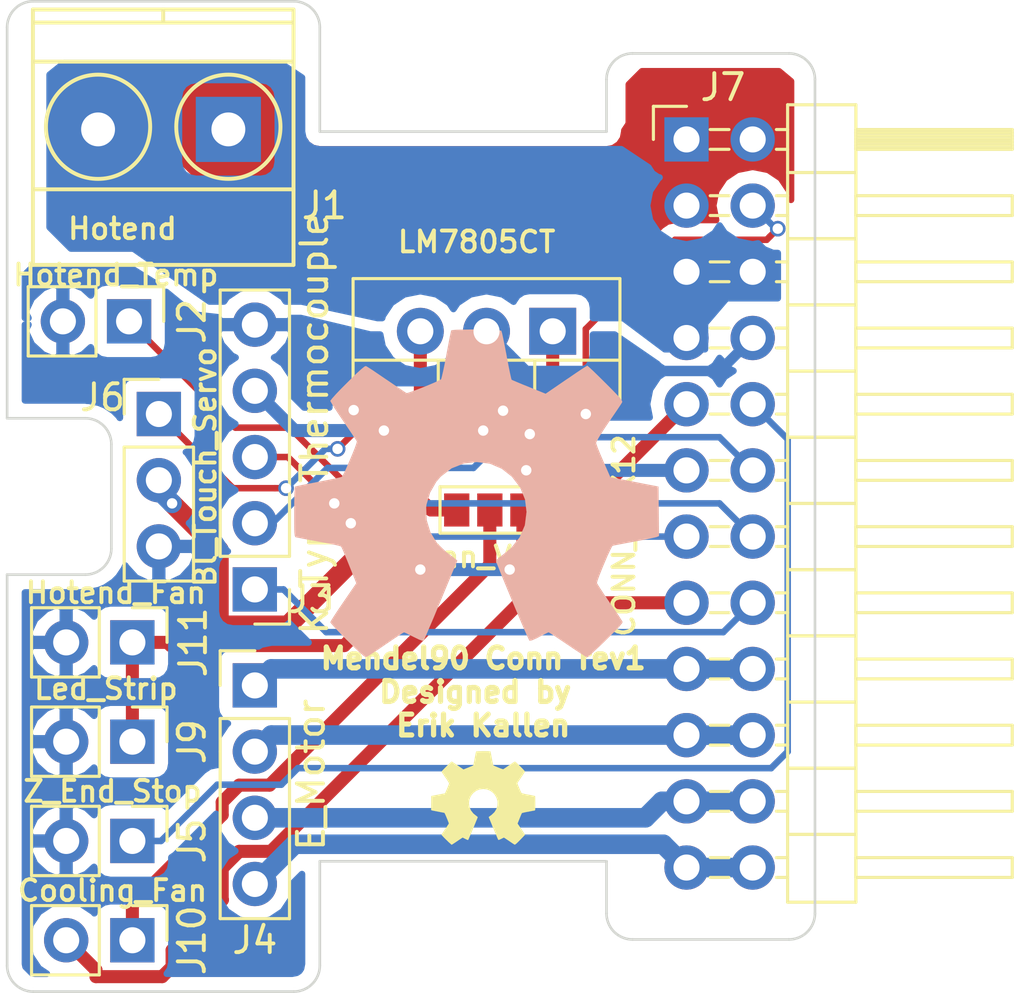
<source format=kicad_pcb>
(kicad_pcb (version 4) (host pcbnew 4.0.6-e0-6349~52~ubuntu17.04.1)

  (general
    (links 36)
    (no_connects 0)
    (area 49.879999 64.249999 80.980001 102.350001)
    (thickness 1.6)
    (drawings 39)
    (tracks 155)
    (zones 0)
    (modules 14)
    (nets 19)
  )

  (page A4)
  (title_block
    (title "Mendel90 Connector")
    (date 2017-07-07)
    (rev 1)
    (company "Erik Kallen")
  )

  (layers
    (0 F.Cu signal)
    (31 B.Cu signal)
    (32 B.Adhes user)
    (33 F.Adhes user)
    (34 B.Paste user)
    (35 F.Paste user)
    (36 B.SilkS user)
    (37 F.SilkS user)
    (38 B.Mask user)
    (39 F.Mask user)
    (40 Dwgs.User user hide)
    (41 Cmts.User user)
    (42 Eco1.User user)
    (43 Eco2.User user)
    (44 Edge.Cuts user)
    (45 Margin user)
    (46 B.CrtYd user)
    (47 F.CrtYd user)
    (48 B.Fab user)
    (49 F.Fab user)
  )

  (setup
    (last_trace_width 0.4)
    (user_trace_width 0.25)
    (user_trace_width 0.4)
    (user_trace_width 0.5)
    (user_trace_width 0.75)
    (user_trace_width 1)
    (trace_clearance 0.1524)
    (zone_clearance 0.508)
    (zone_45_only no)
    (trace_min 0.1524)
    (segment_width 0.2)
    (edge_width 0.15)
    (via_size 0.6)
    (via_drill 0.4)
    (via_min_size 0.4)
    (via_min_drill 0.3)
    (uvia_size 0.3)
    (uvia_drill 0.1)
    (uvias_allowed no)
    (uvia_min_size 0.2)
    (uvia_min_drill 0.1)
    (pcb_text_width 0.3)
    (pcb_text_size 1.5 1.5)
    (mod_edge_width 0.15)
    (mod_text_size 1 1)
    (mod_text_width 0.15)
    (pad_size 1.524 1.524)
    (pad_drill 0.762)
    (pad_to_mask_clearance 0.2)
    (aux_axis_origin 0 0)
    (visible_elements 7FFFFFFF)
    (pcbplotparams
      (layerselection 0x010f0_80000001)
      (usegerberextensions true)
      (excludeedgelayer true)
      (linewidth 0.100000)
      (plotframeref false)
      (viasonmask false)
      (mode 1)
      (useauxorigin false)
      (hpglpennumber 1)
      (hpglpenspeed 20)
      (hpglpendiameter 15)
      (hpglpenoverlay 2)
      (psnegative false)
      (psa4output false)
      (plotreference true)
      (plotvalue true)
      (plotinvisibletext false)
      (padsonsilk false)
      (subtractmaskfromsilk false)
      (outputformat 1)
      (mirror false)
      (drillshape 0)
      (scaleselection 1)
      (outputdirectory Gerbers/))
  )

  (net 0 "")
  (net 1 GND)
  (net 2 /Hotend_12V)
  (net 3 /Hotend_Temp)
  (net 4 /SPI_CLK)
  (net 5 /SPI_CS)
  (net 6 /SPI_D0)
  (net 7 /5V_Cont)
  (net 8 /E_Motor_Red)
  (net 9 /E_Motor_Blue)
  (net 10 /E_Motor_Green)
  (net 11 /E_Motor_Black)
  (net 12 /Z_End_Stop)
  (net 13 /BL_Touch_Servo)
  (net 14 /12V_PSU)
  (net 15 /Vin_Fan)
  (net 16 /5V_Fan)
  (net 17 /Hotend_GND)
  (net 18 /Fan_GND)

  (net_class Default "This is the default net class."
    (clearance 0.1524)
    (trace_width 0.1524)
    (via_dia 0.6)
    (via_drill 0.4)
    (uvia_dia 0.3)
    (uvia_drill 0.1)
    (add_net /12V_PSU)
    (add_net /5V_Cont)
    (add_net /5V_Fan)
    (add_net /BL_Touch_Servo)
    (add_net /E_Motor_Black)
    (add_net /E_Motor_Blue)
    (add_net /E_Motor_Green)
    (add_net /E_Motor_Red)
    (add_net /Fan_GND)
    (add_net /Hotend_12V)
    (add_net /Hotend_GND)
    (add_net /Hotend_Temp)
    (add_net /SPI_CLK)
    (add_net /SPI_CS)
    (add_net /SPI_D0)
    (add_net /Vin_Fan)
    (add_net /Z_End_Stop)
    (add_net GND)
  )

  (module LOGO (layer B.Cu) (tedit 0) (tstamp 595FF061)
    (at 144.399 99.06 180)
    (fp_text reference G*** (at 0 -7.42442 180) (layer B.SilkS) hide
      (effects (font (size 0.63754 0.63754) (thickness 0.127)) (justify mirror))
    )
    (fp_text value LOGO (at 0 7.42442 180) (layer B.SilkS) hide
      (effects (font (size 0.63754 0.63754) (thickness 0.127)) (justify mirror))
    )
    (fp_poly (pts (xy -4.24434 -6.28904) (xy -4.17068 -6.25094) (xy -4.00558 -6.1468) (xy -3.7719 -5.9944)
      (xy -3.49758 -5.80898) (xy -3.21818 -5.62102) (xy -2.99212 -5.46862) (xy -2.8321 -5.36702)
      (xy -2.76606 -5.32892) (xy -2.72796 -5.34162) (xy -2.59588 -5.40512) (xy -2.40538 -5.50418)
      (xy -2.29616 -5.5626) (xy -2.11836 -5.6388) (xy -2.032 -5.65404) (xy -2.01676 -5.62864)
      (xy -1.95326 -5.49402) (xy -1.85166 -5.26542) (xy -1.71958 -4.96316) (xy -1.56972 -4.60756)
      (xy -1.40716 -4.22402) (xy -1.2446 -3.83286) (xy -1.08966 -3.45948) (xy -0.9525 -3.1242)
      (xy -0.84328 -2.85242) (xy -0.76962 -2.66446) (xy -0.74422 -2.58064) (xy -0.75184 -2.5654)
      (xy -0.84074 -2.47904) (xy -0.99314 -2.36474) (xy -1.32334 -2.0955) (xy -1.651 -1.68656)
      (xy -1.85166 -1.22428) (xy -1.9177 -0.70866) (xy -1.85928 -0.23114) (xy -1.67132 0.2286)
      (xy -1.35382 0.64262) (xy -0.9652 0.94742) (xy -0.51054 1.143) (xy 0 1.2065)
      (xy 0.48768 1.15062) (xy 0.95758 0.9652) (xy 1.36906 0.65024) (xy 1.54432 0.44958)
      (xy 1.78308 0.03302) (xy 1.92024 -0.41656) (xy 1.93548 -0.53086) (xy 1.91516 -1.02108)
      (xy 1.77038 -1.49352) (xy 1.5113 -1.91516) (xy 1.15062 -2.2606) (xy 1.1049 -2.29362)
      (xy 0.93726 -2.41808) (xy 0.8255 -2.50444) (xy 0.73914 -2.57556) (xy 1.36398 -4.08178)
      (xy 1.46558 -4.32308) (xy 1.63576 -4.73456) (xy 1.78816 -5.09016) (xy 1.90754 -5.3721)
      (xy 1.99136 -5.56006) (xy 2.02946 -5.63626) (xy 2.032 -5.64134) (xy 2.08788 -5.64896)
      (xy 2.20218 -5.60832) (xy 2.413 -5.50672) (xy 2.5527 -5.4356) (xy 2.71272 -5.35686)
      (xy 2.78384 -5.32892) (xy 2.8448 -5.36194) (xy 2.99974 -5.461) (xy 3.22326 -5.61086)
      (xy 3.4925 -5.79374) (xy 3.74904 -5.969) (xy 3.98526 -6.12394) (xy 4.15798 -6.2357)
      (xy 4.23926 -6.27888) (xy 4.25196 -6.27888) (xy 4.32816 -6.23824) (xy 4.46278 -6.12394)
      (xy 4.66852 -5.9309) (xy 4.95808 -5.64388) (xy 5.0038 -5.6007) (xy 5.24256 -5.35686)
      (xy 5.4356 -5.15366) (xy 5.56514 -5.00888) (xy 5.6134 -4.94284) (xy 5.6134 -4.94284)
      (xy 5.57022 -4.86156) (xy 5.461 -4.68884) (xy 5.30352 -4.45008) (xy 5.11302 -4.17068)
      (xy 4.61518 -3.44424) (xy 4.8895 -2.76098) (xy 4.97332 -2.5527) (xy 5.08 -2.29616)
      (xy 5.15874 -2.11582) (xy 5.19938 -2.03708) (xy 5.27558 -2.00914) (xy 5.461 -1.96596)
      (xy 5.73278 -1.91008) (xy 6.0579 -1.84912) (xy 6.36524 -1.7907) (xy 6.64464 -1.7399)
      (xy 6.8453 -1.69926) (xy 6.93674 -1.68148) (xy 6.95706 -1.66878) (xy 6.97484 -1.6256)
      (xy 6.98754 -1.53162) (xy 6.99516 -1.36144) (xy 6.9977 -1.09474) (xy 6.9977 -0.70866)
      (xy 6.9977 -0.66802) (xy 6.99516 -0.29718) (xy 6.98754 -0.00508) (xy 6.97738 0.18796)
      (xy 6.96468 0.26416) (xy 6.96468 0.26416) (xy 6.87832 0.28448) (xy 6.6802 0.32766)
      (xy 6.40334 0.381) (xy 6.0706 0.4445) (xy 6.05028 0.44958) (xy 5.71754 0.51308)
      (xy 5.44068 0.56896) (xy 5.24764 0.61468) (xy 5.16382 0.64008) (xy 5.14858 0.66294)
      (xy 5.08 0.79248) (xy 4.98602 0.99822) (xy 4.8768 1.24968) (xy 4.76758 1.50876)
      (xy 4.6736 1.74244) (xy 4.61264 1.9177) (xy 4.59232 1.99644) (xy 4.59232 1.99898)
      (xy 4.64312 2.07772) (xy 4.75742 2.2479) (xy 4.91744 2.48666) (xy 5.11048 2.7686)
      (xy 5.12572 2.79146) (xy 5.31622 3.07086) (xy 5.47116 3.30708) (xy 5.57276 3.47726)
      (xy 5.6134 3.55092) (xy 5.61086 3.556) (xy 5.54736 3.63982) (xy 5.40512 3.79984)
      (xy 5.20192 4.0132) (xy 4.95554 4.25958) (xy 4.87934 4.33578) (xy 4.60756 4.60248)
      (xy 4.41706 4.7752) (xy 4.30022 4.86918) (xy 4.24434 4.8895) (xy 4.2418 4.88696)
      (xy 4.15798 4.83616) (xy 3.98018 4.72186) (xy 3.74142 4.5593) (xy 3.45694 4.36626)
      (xy 3.43662 4.35356) (xy 3.15722 4.16306) (xy 2.92354 4.00558) (xy 2.75844 3.89382)
      (xy 2.68732 3.85064) (xy 2.67462 3.85064) (xy 2.56032 3.88366) (xy 2.3622 3.95478)
      (xy 2.11582 4.04876) (xy 1.85674 4.1529) (xy 1.62306 4.25196) (xy 1.44526 4.33324)
      (xy 1.36144 4.37896) (xy 1.3589 4.38404) (xy 1.33096 4.48564) (xy 1.2827 4.69392)
      (xy 1.22174 4.98348) (xy 1.15824 5.32384) (xy 1.14808 5.37972) (xy 1.08458 5.71246)
      (xy 1.03124 5.98932) (xy 0.9906 6.17982) (xy 0.97282 6.25856) (xy 0.92456 6.26872)
      (xy 0.762 6.28142) (xy 0.51308 6.2865) (xy 0.21082 6.29158) (xy -0.10668 6.28904)
      (xy -0.41656 6.28142) (xy -0.68072 6.27126) (xy -0.86868 6.25856) (xy -0.94742 6.24332)
      (xy -0.94996 6.23824) (xy -0.98044 6.13664) (xy -1.02616 5.92582) (xy -1.08458 5.63626)
      (xy -1.15062 5.29336) (xy -1.16078 5.2324) (xy -1.22428 4.89966) (xy -1.28016 4.62534)
      (xy -1.3208 4.43992) (xy -1.34112 4.36626) (xy -1.3716 4.34848) (xy -1.50876 4.29006)
      (xy -1.73228 4.19608) (xy -2.00914 4.08432) (xy -2.64922 3.82524) (xy -3.43408 4.36372)
      (xy -3.50774 4.41198) (xy -3.78968 4.60502) (xy -4.02082 4.75996) (xy -4.18338 4.8641)
      (xy -4.24942 4.9022) (xy -4.2545 4.89966) (xy -4.33324 4.83108) (xy -4.49072 4.68376)
      (xy -4.70154 4.47802) (xy -4.95046 4.23164) (xy -5.13334 4.04876) (xy -5.34924 3.82778)
      (xy -5.4864 3.68046) (xy -5.56006 3.58394) (xy -5.588 3.52806) (xy -5.58038 3.48996)
      (xy -5.52958 3.40868) (xy -5.41528 3.23596) (xy -5.25272 2.9972) (xy -5.06222 2.72034)
      (xy -4.90474 2.48666) (xy -4.73456 2.2225) (xy -4.6228 2.03454) (xy -4.5847 1.9431)
      (xy -4.59486 1.905) (xy -4.6482 1.75006) (xy -4.74218 1.51892) (xy -4.86156 1.24206)
      (xy -5.13334 0.61976) (xy -5.54228 0.54102) (xy -5.78866 0.4953) (xy -6.1341 0.42926)
      (xy -6.4643 0.36322) (xy -6.97992 0.26416) (xy -7.00024 -1.63322) (xy -6.91896 -1.66878)
      (xy -6.84276 -1.6891) (xy -6.65226 -1.72974) (xy -6.37794 -1.78562) (xy -6.0579 -1.84658)
      (xy -5.78104 -1.89738) (xy -5.50672 -1.95072) (xy -5.3086 -1.98882) (xy -5.2197 -2.0066)
      (xy -5.19684 -2.03708) (xy -5.12826 -2.1717) (xy -5.0292 -2.38252) (xy -4.91998 -2.63906)
      (xy -4.80822 -2.90576) (xy -4.7117 -3.1496) (xy -4.64312 -3.33756) (xy -4.61772 -3.43408)
      (xy -4.65582 -3.5052) (xy -4.75996 -3.66776) (xy -4.91236 -3.90144) (xy -5.10032 -4.17576)
      (xy -5.28828 -4.45008) (xy -5.4483 -4.68376) (xy -5.55752 -4.85394) (xy -5.60324 -4.93014)
      (xy -5.58038 -4.98348) (xy -5.47116 -5.11556) (xy -5.26288 -5.33146) (xy -4.95554 -5.63626)
      (xy -4.90474 -5.68706) (xy -4.65836 -5.92074) (xy -4.45262 -6.11124) (xy -4.30784 -6.24078)
      (xy -4.24434 -6.28904)) (layer B.SilkS) (width 0.00254))
  )

  (module LOGO (layer F.Cu) (tedit 0) (tstamp 595FEFC9)
    (at 144.653 110.744)
    (fp_text reference G*** (at 0 2.1209) (layer F.SilkS) hide
      (effects (font (size 0.18034 0.18034) (thickness 0.03556)))
    )
    (fp_text value LOGO (at 0 -2.1209) (layer F.SilkS) hide
      (effects (font (size 0.18034 0.18034) (thickness 0.03556)))
    )
    (fp_poly (pts (xy -1.21158 1.79578) (xy -1.19126 1.78562) (xy -1.143 1.75514) (xy -1.07696 1.71196)
      (xy -0.99822 1.65862) (xy -0.91948 1.60528) (xy -0.85344 1.5621) (xy -0.80772 1.53162)
      (xy -0.78994 1.52146) (xy -0.77978 1.524) (xy -0.74168 1.54432) (xy -0.6858 1.57226)
      (xy -0.65532 1.5875) (xy -0.60452 1.61036) (xy -0.57912 1.61544) (xy -0.57658 1.60782)
      (xy -0.55626 1.56972) (xy -0.52832 1.50368) (xy -0.49022 1.41732) (xy -0.44704 1.31572)
      (xy -0.40132 1.2065) (xy -0.3556 1.09474) (xy -0.30988 0.98806) (xy -0.27178 0.89154)
      (xy -0.23876 0.81534) (xy -0.21844 0.75946) (xy -0.21082 0.7366) (xy -0.21336 0.73152)
      (xy -0.23876 0.70866) (xy -0.28194 0.67564) (xy -0.37846 0.5969) (xy -0.4699 0.48006)
      (xy -0.52832 0.34798) (xy -0.5461 0.20066) (xy -0.53086 0.06604) (xy -0.47752 -0.0635)
      (xy -0.38608 -0.18288) (xy -0.27432 -0.26924) (xy -0.14478 -0.32512) (xy 0 -0.3429)
      (xy 0.1397 -0.32766) (xy 0.27178 -0.27432) (xy 0.39116 -0.18542) (xy 0.43942 -0.127)
      (xy 0.508 -0.00762) (xy 0.54864 0.11938) (xy 0.55118 0.14986) (xy 0.5461 0.2921)
      (xy 0.50546 0.42672) (xy 0.4318 0.5461) (xy 0.32766 0.64516) (xy 0.31496 0.65532)
      (xy 0.2667 0.69088) (xy 0.23622 0.71374) (xy 0.21082 0.73406) (xy 0.38862 1.16586)
      (xy 0.41656 1.23444) (xy 0.46736 1.35128) (xy 0.51054 1.45288) (xy 0.54356 1.53416)
      (xy 0.56896 1.5875) (xy 0.57912 1.61036) (xy 0.57912 1.61036) (xy 0.59436 1.6129)
      (xy 0.62738 1.6002) (xy 0.68834 1.57226) (xy 0.72898 1.55194) (xy 0.7747 1.52908)
      (xy 0.79502 1.52146) (xy 0.8128 1.53162) (xy 0.85598 1.55956) (xy 0.91948 1.60274)
      (xy 0.99568 1.65354) (xy 1.06934 1.70434) (xy 1.13792 1.75006) (xy 1.18618 1.78054)
      (xy 1.21158 1.79324) (xy 1.21412 1.79324) (xy 1.23444 1.78054) (xy 1.27508 1.75006)
      (xy 1.3335 1.69418) (xy 1.41478 1.6129) (xy 1.42748 1.6002) (xy 1.49606 1.52908)
      (xy 1.55194 1.47066) (xy 1.59004 1.43002) (xy 1.60274 1.41224) (xy 1.60274 1.41224)
      (xy 1.59004 1.38684) (xy 1.55956 1.33858) (xy 1.51384 1.27) (xy 1.4605 1.19126)
      (xy 1.31826 0.98298) (xy 1.397 0.7874) (xy 1.41986 0.72898) (xy 1.45034 0.65532)
      (xy 1.4732 0.60452) (xy 1.4859 0.58166) (xy 1.50622 0.57404) (xy 1.55956 0.56134)
      (xy 1.6383 0.54356) (xy 1.72974 0.52832) (xy 1.81864 0.51054) (xy 1.89738 0.4953)
      (xy 1.9558 0.48514) (xy 1.9812 0.48006) (xy 1.98628 0.47498) (xy 1.99136 0.46228)
      (xy 1.99644 0.43688) (xy 1.99644 0.38862) (xy 1.99898 0.31242) (xy 1.99898 0.20066)
      (xy 1.99898 0.1905) (xy 1.99644 0.08382) (xy 1.99644 0) (xy 1.9939 -0.05334)
      (xy 1.98882 -0.07366) (xy 1.98882 -0.07366) (xy 1.96342 -0.08128) (xy 1.90754 -0.09144)
      (xy 1.8288 -0.10922) (xy 1.73228 -0.127) (xy 1.7272 -0.127) (xy 1.63322 -0.14478)
      (xy 1.55448 -0.16256) (xy 1.4986 -0.17526) (xy 1.47574 -0.18288) (xy 1.47066 -0.18796)
      (xy 1.45034 -0.22606) (xy 1.4224 -0.28448) (xy 1.39192 -0.3556) (xy 1.36144 -0.42926)
      (xy 1.3335 -0.49784) (xy 1.31572 -0.5461) (xy 1.31064 -0.56896) (xy 1.31064 -0.56896)
      (xy 1.32588 -0.59182) (xy 1.3589 -0.64262) (xy 1.40462 -0.70866) (xy 1.4605 -0.78994)
      (xy 1.46304 -0.79756) (xy 1.51892 -0.8763) (xy 1.5621 -0.94488) (xy 1.59258 -0.99314)
      (xy 1.60274 -1.01346) (xy 1.60274 -1.016) (xy 1.58496 -1.03886) (xy 1.54432 -1.08458)
      (xy 1.4859 -1.14554) (xy 1.41478 -1.21666) (xy 1.39192 -1.23698) (xy 1.31572 -1.31318)
      (xy 1.26238 -1.36398) (xy 1.22682 -1.38938) (xy 1.21158 -1.397) (xy 1.21158 -1.39446)
      (xy 1.18618 -1.38176) (xy 1.13538 -1.34874) (xy 1.0668 -1.30048) (xy 0.98552 -1.24714)
      (xy 0.98044 -1.24206) (xy 0.9017 -1.18872) (xy 0.83566 -1.143) (xy 0.7874 -1.11252)
      (xy 0.76708 -1.09982) (xy 0.762 -1.09982) (xy 0.73152 -1.10998) (xy 0.6731 -1.12776)
      (xy 0.60452 -1.1557) (xy 0.53086 -1.18618) (xy 0.46228 -1.21412) (xy 0.41148 -1.23698)
      (xy 0.38862 -1.24968) (xy 0.38862 -1.25222) (xy 0.37846 -1.28016) (xy 0.36576 -1.34112)
      (xy 0.34798 -1.4224) (xy 0.3302 -1.52146) (xy 0.32766 -1.5367) (xy 0.30988 -1.63068)
      (xy 0.29464 -1.70942) (xy 0.28194 -1.7653) (xy 0.27686 -1.78816) (xy 0.26416 -1.7907)
      (xy 0.2159 -1.79324) (xy 0.14478 -1.79578) (xy 0.05842 -1.79578) (xy -0.03048 -1.79578)
      (xy -0.11684 -1.79324) (xy -0.19304 -1.7907) (xy -0.24638 -1.78816) (xy -0.26924 -1.78308)
      (xy -0.27178 -1.78054) (xy -0.2794 -1.7526) (xy -0.2921 -1.69164) (xy -0.30988 -1.61036)
      (xy -0.32766 -1.5113) (xy -0.3302 -1.49352) (xy -0.34798 -1.39954) (xy -0.36576 -1.3208)
      (xy -0.37592 -1.26746) (xy -0.38354 -1.24714) (xy -0.39116 -1.24206) (xy -0.42926 -1.22428)
      (xy -0.49276 -1.19888) (xy -0.57404 -1.16586) (xy -0.75692 -1.0922) (xy -0.98044 -1.24714)
      (xy -1.00076 -1.25984) (xy -1.08204 -1.31572) (xy -1.14808 -1.3589) (xy -1.1938 -1.38938)
      (xy -1.21412 -1.39954) (xy -1.21412 -1.39954) (xy -1.23698 -1.37922) (xy -1.2827 -1.33858)
      (xy -1.34366 -1.27762) (xy -1.41224 -1.20904) (xy -1.46558 -1.1557) (xy -1.52654 -1.0922)
      (xy -1.56718 -1.05156) (xy -1.5875 -1.02362) (xy -1.59512 -1.00584) (xy -1.59258 -0.99568)
      (xy -1.57988 -0.97282) (xy -1.54686 -0.92456) (xy -1.50114 -0.85598) (xy -1.44526 -0.77724)
      (xy -1.39954 -0.70866) (xy -1.35128 -0.635) (xy -1.3208 -0.58166) (xy -1.3081 -0.55372)
      (xy -1.31064 -0.54356) (xy -1.32842 -0.50038) (xy -1.35382 -0.4318) (xy -1.38684 -0.35306)
      (xy -1.46558 -0.17526) (xy -1.58242 -0.15494) (xy -1.65354 -0.1397) (xy -1.7526 -0.12192)
      (xy -1.84658 -0.10414) (xy -1.9939 -0.07366) (xy -1.99898 0.46482) (xy -1.97612 0.47498)
      (xy -1.95326 0.4826) (xy -1.89992 0.49276) (xy -1.82118 0.508) (xy -1.72974 0.52578)
      (xy -1.651 0.54102) (xy -1.57226 0.55626) (xy -1.51638 0.56642) (xy -1.49098 0.5715)
      (xy -1.48336 0.58166) (xy -1.46304 0.61976) (xy -1.4351 0.68072) (xy -1.40462 0.75438)
      (xy -1.37414 0.82804) (xy -1.3462 0.89916) (xy -1.32588 0.9525) (xy -1.31826 0.98044)
      (xy -1.32842 1.00076) (xy -1.3589 1.04648) (xy -1.40208 1.11252) (xy -1.45542 1.19126)
      (xy -1.5113 1.27) (xy -1.55448 1.33858) (xy -1.5875 1.38684) (xy -1.6002 1.40716)
      (xy -1.59258 1.4224) (xy -1.5621 1.4605) (xy -1.50368 1.52146) (xy -1.41478 1.61036)
      (xy -1.39954 1.62306) (xy -1.33096 1.69164) (xy -1.27 1.74498) (xy -1.22936 1.78308)
      (xy -1.21158 1.79578)) (layer F.SilkS) (width 0.00254))
  )

  (module Pin_Headers:Pin_Header_Straight_1x04_Pitch2.54mm (layer F.Cu) (tedit 594C27A5) (tstamp 594ABC40)
    (at 135.89 106.426)
    (descr "Through hole straight pin header, 1x04, 2.54mm pitch, single row")
    (tags "Through hole pin header THT 1x04 2.54mm single row")
    (path /594AB18B)
    (fp_text reference J4 (at 0 9.779) (layer F.SilkS)
      (effects (font (size 1 1) (thickness 0.15)))
    )
    (fp_text value E_Motor (at 2.159 3.429 90) (layer F.SilkS)
      (effects (font (size 1 1) (thickness 0.15)))
    )
    (fp_line (start -1.27 -1.27) (end -1.27 8.89) (layer F.Fab) (width 0.1))
    (fp_line (start -1.27 8.89) (end 1.27 8.89) (layer F.Fab) (width 0.1))
    (fp_line (start 1.27 8.89) (end 1.27 -1.27) (layer F.Fab) (width 0.1))
    (fp_line (start 1.27 -1.27) (end -1.27 -1.27) (layer F.Fab) (width 0.1))
    (fp_line (start -1.33 1.27) (end -1.33 8.95) (layer F.SilkS) (width 0.12))
    (fp_line (start -1.33 8.95) (end 1.33 8.95) (layer F.SilkS) (width 0.12))
    (fp_line (start 1.33 8.95) (end 1.33 1.27) (layer F.SilkS) (width 0.12))
    (fp_line (start 1.33 1.27) (end -1.33 1.27) (layer F.SilkS) (width 0.12))
    (fp_line (start -1.33 0) (end -1.33 -1.33) (layer F.SilkS) (width 0.12))
    (fp_line (start -1.33 -1.33) (end 0 -1.33) (layer F.SilkS) (width 0.12))
    (fp_line (start -1.8 -1.8) (end -1.8 9.4) (layer F.CrtYd) (width 0.05))
    (fp_line (start -1.8 9.4) (end 1.8 9.4) (layer F.CrtYd) (width 0.05))
    (fp_line (start 1.8 9.4) (end 1.8 -1.8) (layer F.CrtYd) (width 0.05))
    (fp_line (start 1.8 -1.8) (end -1.8 -1.8) (layer F.CrtYd) (width 0.05))
    (fp_text user %R (at 0 9.779) (layer F.Fab)
      (effects (font (size 1 1) (thickness 0.15)))
    )
    (pad 1 thru_hole rect (at 0 0) (size 1.7 1.7) (drill 1) (layers *.Cu *.Mask)
      (net 8 /E_Motor_Red))
    (pad 2 thru_hole oval (at 0 2.54) (size 1.7 1.7) (drill 1) (layers *.Cu *.Mask)
      (net 9 /E_Motor_Blue))
    (pad 3 thru_hole oval (at 0 5.08) (size 1.7 1.7) (drill 1) (layers *.Cu *.Mask)
      (net 10 /E_Motor_Green))
    (pad 4 thru_hole oval (at 0 7.62) (size 1.7 1.7) (drill 1) (layers *.Cu *.Mask)
      (net 11 /E_Motor_Black))
    (model ${KISYS3DMOD}/Pin_Headers.3dshapes/Pin_Header_Straight_1x04_Pitch2.54mm.wrl
      (at (xyz 0 -0.15 0))
      (scale (xyz 1 1 1))
      (rotate (xyz 0 0 90))
    )
  )

  (module Pin_Headers:Pin_Header_Straight_1x02_Pitch2.54mm (layer F.Cu) (tedit 594C28F2) (tstamp 594ABC2F)
    (at 131.064 92.456 270)
    (descr "Through hole straight pin header, 1x02, 2.54mm pitch, single row")
    (tags "Through hole pin header THT 1x02 2.54mm single row")
    (path /594AB3CD)
    (fp_text reference J2 (at 0 -2.413 450) (layer F.SilkS)
      (effects (font (size 1 1) (thickness 0.15)))
    )
    (fp_text value Hotend_Temp (at -1.778 0.508 360) (layer F.SilkS)
      (effects (font (size 0.8 0.8) (thickness 0.15)))
    )
    (fp_line (start -1.27 -1.27) (end -1.27 3.81) (layer F.Fab) (width 0.1))
    (fp_line (start -1.27 3.81) (end 1.27 3.81) (layer F.Fab) (width 0.1))
    (fp_line (start 1.27 3.81) (end 1.27 -1.27) (layer F.Fab) (width 0.1))
    (fp_line (start 1.27 -1.27) (end -1.27 -1.27) (layer F.Fab) (width 0.1))
    (fp_line (start -1.33 1.27) (end -1.33 3.87) (layer F.SilkS) (width 0.12))
    (fp_line (start -1.33 3.87) (end 1.33 3.87) (layer F.SilkS) (width 0.12))
    (fp_line (start 1.33 3.87) (end 1.33 1.27) (layer F.SilkS) (width 0.12))
    (fp_line (start 1.33 1.27) (end -1.33 1.27) (layer F.SilkS) (width 0.12))
    (fp_line (start -1.33 0) (end -1.33 -1.33) (layer F.SilkS) (width 0.12))
    (fp_line (start -1.33 -1.33) (end 0 -1.33) (layer F.SilkS) (width 0.12))
    (fp_line (start -1.8 -1.8) (end -1.8 4.35) (layer F.CrtYd) (width 0.05))
    (fp_line (start -1.8 4.35) (end 1.8 4.35) (layer F.CrtYd) (width 0.05))
    (fp_line (start 1.8 4.35) (end 1.8 -1.8) (layer F.CrtYd) (width 0.05))
    (fp_line (start 1.8 -1.8) (end -1.8 -1.8) (layer F.CrtYd) (width 0.05))
    (fp_text user %R (at 0 -2.33 270) (layer F.Fab)
      (effects (font (size 1 1) (thickness 0.15)))
    )
    (pad 1 thru_hole rect (at 0 0 270) (size 1.7 1.7) (drill 1) (layers *.Cu *.Mask)
      (net 3 /Hotend_Temp))
    (pad 2 thru_hole oval (at 0 2.54 270) (size 1.7 1.7) (drill 1) (layers *.Cu *.Mask)
      (net 1 GND))
    (model ${KISYS3DMOD}/Pin_Headers.3dshapes/Pin_Header_Straight_1x02_Pitch2.54mm.wrl
      (at (xyz 0 -0.05 0))
      (scale (xyz 1 1 1))
      (rotate (xyz 0 0 90))
    )
  )

  (module Pin_Headers:Pin_Header_Straight_1x05_Pitch2.54mm (layer F.Cu) (tedit 594C2788) (tstamp 594ABC38)
    (at 135.89 102.743 180)
    (descr "Through hole straight pin header, 1x05, 2.54mm pitch, single row")
    (tags "Through hole pin header THT 1x05 2.54mm single row")
    (path /594AABF3)
    (fp_text reference J3 (at -2.159 -0.381 180) (layer F.SilkS)
      (effects (font (size 1 1) (thickness 0.15)))
    )
    (fp_text value K_Type_Thermocouple (at -2.286 6.35 270) (layer F.SilkS)
      (effects (font (size 1 1) (thickness 0.15)))
    )
    (fp_line (start -1.27 -1.27) (end -1.27 11.43) (layer F.Fab) (width 0.1))
    (fp_line (start -1.27 11.43) (end 1.27 11.43) (layer F.Fab) (width 0.1))
    (fp_line (start 1.27 11.43) (end 1.27 -1.27) (layer F.Fab) (width 0.1))
    (fp_line (start 1.27 -1.27) (end -1.27 -1.27) (layer F.Fab) (width 0.1))
    (fp_line (start -1.33 1.27) (end -1.33 11.49) (layer F.SilkS) (width 0.12))
    (fp_line (start -1.33 11.49) (end 1.33 11.49) (layer F.SilkS) (width 0.12))
    (fp_line (start 1.33 11.49) (end 1.33 1.27) (layer F.SilkS) (width 0.12))
    (fp_line (start 1.33 1.27) (end -1.33 1.27) (layer F.SilkS) (width 0.12))
    (fp_line (start -1.33 0) (end -1.33 -1.33) (layer F.SilkS) (width 0.12))
    (fp_line (start -1.33 -1.33) (end 0 -1.33) (layer F.SilkS) (width 0.12))
    (fp_line (start -1.8 -1.8) (end -1.8 11.95) (layer F.CrtYd) (width 0.05))
    (fp_line (start -1.8 11.95) (end 1.8 11.95) (layer F.CrtYd) (width 0.05))
    (fp_line (start 1.8 11.95) (end 1.8 -1.8) (layer F.CrtYd) (width 0.05))
    (fp_line (start 1.8 -1.8) (end -1.8 -1.8) (layer F.CrtYd) (width 0.05))
    (fp_text user %R (at -2.159 -0.381 180) (layer F.Fab)
      (effects (font (size 1 1) (thickness 0.15)))
    )
    (pad 1 thru_hole rect (at 0 0 180) (size 1.7 1.7) (drill 1) (layers *.Cu *.Mask)
      (net 4 /SPI_CLK))
    (pad 2 thru_hole oval (at 0 2.54 180) (size 1.7 1.7) (drill 1) (layers *.Cu *.Mask)
      (net 5 /SPI_CS))
    (pad 3 thru_hole oval (at 0 5.08 180) (size 1.7 1.7) (drill 1) (layers *.Cu *.Mask)
      (net 6 /SPI_D0))
    (pad 4 thru_hole oval (at 0 7.62 180) (size 1.7 1.7) (drill 1) (layers *.Cu *.Mask)
      (net 7 /5V_Cont))
    (pad 5 thru_hole oval (at 0 10.16 180) (size 1.7 1.7) (drill 1) (layers *.Cu *.Mask)
      (net 1 GND))
    (model ${KISYS3DMOD}/Pin_Headers.3dshapes/Pin_Header_Straight_1x05_Pitch2.54mm.wrl
      (at (xyz 0 -0.2 0))
      (scale (xyz 1 1 1))
      (rotate (xyz 0 0 90))
    )
  )

  (module Pin_Headers:Pin_Header_Straight_1x02_Pitch2.54mm (layer F.Cu) (tedit 594C282A) (tstamp 594ABC46)
    (at 131.191 112.395 270)
    (descr "Through hole straight pin header, 1x02, 2.54mm pitch, single row")
    (tags "Through hole pin header THT 1x02 2.54mm single row")
    (path /594AB2DC)
    (fp_text reference J5 (at 0 -2.286 270) (layer F.SilkS)
      (effects (font (size 1 1) (thickness 0.15)))
    )
    (fp_text value Z_End_Stop (at -1.905 0.762 360) (layer F.SilkS)
      (effects (font (size 0.8 0.8) (thickness 0.15)))
    )
    (fp_line (start -1.27 -1.27) (end -1.27 3.81) (layer F.Fab) (width 0.1))
    (fp_line (start -1.27 3.81) (end 1.27 3.81) (layer F.Fab) (width 0.1))
    (fp_line (start 1.27 3.81) (end 1.27 -1.27) (layer F.Fab) (width 0.1))
    (fp_line (start 1.27 -1.27) (end -1.27 -1.27) (layer F.Fab) (width 0.1))
    (fp_line (start -1.33 1.27) (end -1.33 3.87) (layer F.SilkS) (width 0.12))
    (fp_line (start -1.33 3.87) (end 1.33 3.87) (layer F.SilkS) (width 0.12))
    (fp_line (start 1.33 3.87) (end 1.33 1.27) (layer F.SilkS) (width 0.12))
    (fp_line (start 1.33 1.27) (end -1.33 1.27) (layer F.SilkS) (width 0.12))
    (fp_line (start -1.33 0) (end -1.33 -1.33) (layer F.SilkS) (width 0.12))
    (fp_line (start -1.33 -1.33) (end 0 -1.33) (layer F.SilkS) (width 0.12))
    (fp_line (start -1.8 -1.8) (end -1.8 4.35) (layer F.CrtYd) (width 0.05))
    (fp_line (start -1.8 4.35) (end 1.8 4.35) (layer F.CrtYd) (width 0.05))
    (fp_line (start 1.8 4.35) (end 1.8 -1.8) (layer F.CrtYd) (width 0.05))
    (fp_line (start 1.8 -1.8) (end -1.8 -1.8) (layer F.CrtYd) (width 0.05))
    (fp_text user %R (at 0 -2.33 270) (layer F.Fab)
      (effects (font (size 1 1) (thickness 0.15)))
    )
    (pad 1 thru_hole rect (at 0 0 270) (size 1.7 1.7) (drill 1) (layers *.Cu *.Mask)
      (net 12 /Z_End_Stop))
    (pad 2 thru_hole oval (at 0 2.54 270) (size 1.7 1.7) (drill 1) (layers *.Cu *.Mask)
      (net 1 GND))
    (model ${KISYS3DMOD}/Pin_Headers.3dshapes/Pin_Header_Straight_1x02_Pitch2.54mm.wrl
      (at (xyz 0 -0.05 0))
      (scale (xyz 1 1 1))
      (rotate (xyz 0 0 90))
    )
  )

  (module Pin_Headers:Pin_Header_Straight_1x03_Pitch2.54mm (layer F.Cu) (tedit 594C2884) (tstamp 594ABC4D)
    (at 132.207 96.012)
    (descr "Through hole straight pin header, 1x03, 2.54mm pitch, single row")
    (tags "Through hole pin header THT 1x03 2.54mm single row")
    (path /594AB354)
    (fp_text reference J6 (at -2.159 -0.635) (layer F.SilkS)
      (effects (font (size 1 1) (thickness 0.15)))
    )
    (fp_text value Bl_Touch_Servo (at 1.778 2.032 90) (layer F.SilkS)
      (effects (font (size 0.8 0.8) (thickness 0.15)))
    )
    (fp_line (start -1.27 -1.27) (end -1.27 6.35) (layer F.Fab) (width 0.1))
    (fp_line (start -1.27 6.35) (end 1.27 6.35) (layer F.Fab) (width 0.1))
    (fp_line (start 1.27 6.35) (end 1.27 -1.27) (layer F.Fab) (width 0.1))
    (fp_line (start 1.27 -1.27) (end -1.27 -1.27) (layer F.Fab) (width 0.1))
    (fp_line (start -1.33 1.27) (end -1.33 6.41) (layer F.SilkS) (width 0.12))
    (fp_line (start -1.33 6.41) (end 1.33 6.41) (layer F.SilkS) (width 0.12))
    (fp_line (start 1.33 6.41) (end 1.33 1.27) (layer F.SilkS) (width 0.12))
    (fp_line (start 1.33 1.27) (end -1.33 1.27) (layer F.SilkS) (width 0.12))
    (fp_line (start -1.33 0) (end -1.33 -1.33) (layer F.SilkS) (width 0.12))
    (fp_line (start -1.33 -1.33) (end 0 -1.33) (layer F.SilkS) (width 0.12))
    (fp_line (start -1.8 -1.8) (end -1.8 6.85) (layer F.CrtYd) (width 0.05))
    (fp_line (start -1.8 6.85) (end 1.8 6.85) (layer F.CrtYd) (width 0.05))
    (fp_line (start 1.8 6.85) (end 1.8 -1.8) (layer F.CrtYd) (width 0.05))
    (fp_line (start 1.8 -1.8) (end -1.8 -1.8) (layer F.CrtYd) (width 0.05))
    (fp_text user %R (at -2.159 -0.635 180) (layer F.Fab)
      (effects (font (size 1 1) (thickness 0.15)))
    )
    (pad 1 thru_hole rect (at 0 0) (size 1.7 1.7) (drill 1) (layers *.Cu *.Mask)
      (net 13 /BL_Touch_Servo))
    (pad 2 thru_hole oval (at 0 2.54) (size 1.7 1.7) (drill 1) (layers *.Cu *.Mask)
      (net 7 /5V_Cont))
    (pad 3 thru_hole oval (at 0 5.08) (size 1.7 1.7) (drill 1) (layers *.Cu *.Mask)
      (net 1 GND))
    (model ${KISYS3DMOD}/Pin_Headers.3dshapes/Pin_Header_Straight_1x03_Pitch2.54mm.wrl
      (at (xyz 0 -0.1 0))
      (scale (xyz 1 1 1))
      (rotate (xyz 0 0 90))
    )
  )

  (module Connectors:GS3 (layer F.Cu) (tedit 594C2986) (tstamp 594ABC70)
    (at 144.907 99.695 270)
    (descr "3-pin solder bridge")
    (tags "solder bridge")
    (path /594ACEC9)
    (attr smd)
    (fp_text reference J8 (at 0 -3.1 360) (layer F.SilkS)
      (effects (font (size 1 1) (thickness 0.15)))
    )
    (fp_text value Fan_Vsel (at 1.8 0 360) (layer F.SilkS)
      (effects (font (size 0.8 0.8) (thickness 0.15)))
    )
    (fp_line (start -1.15 -2.15) (end 1.15 -2.15) (layer F.CrtYd) (width 0.05))
    (fp_line (start 1.15 -2.15) (end 1.15 2.15) (layer F.CrtYd) (width 0.05))
    (fp_line (start 1.15 2.15) (end -1.15 2.15) (layer F.CrtYd) (width 0.05))
    (fp_line (start -1.15 2.15) (end -1.15 -2.15) (layer F.CrtYd) (width 0.05))
    (fp_line (start -0.89 -1.91) (end -0.89 1.91) (layer F.SilkS) (width 0.12))
    (fp_line (start -0.89 1.91) (end 0.89 1.91) (layer F.SilkS) (width 0.12))
    (fp_line (start 0.89 1.91) (end 0.89 -1.91) (layer F.SilkS) (width 0.12))
    (fp_line (start -0.89 -1.91) (end 0.89 -1.91) (layer F.SilkS) (width 0.12))
    (pad 1 smd rect (at 0 -1.27 270) (size 1.27 0.97) (layers F.Cu F.Paste F.Mask)
      (net 14 /12V_PSU))
    (pad 2 smd rect (at 0 0 270) (size 1.27 0.97) (layers F.Cu F.Paste F.Mask)
      (net 15 /Vin_Fan))
    (pad 3 smd rect (at 0 1.27 270) (size 1.27 0.97) (layers F.Cu F.Paste F.Mask)
      (net 16 /5V_Fan))
  )

  (module TO_SOT_Packages_THT:TO-220_Vertical (layer F.Cu) (tedit 594C295B) (tstamp 594ABC89)
    (at 147.32 92.837 180)
    (descr "TO-220, Vertical, RM 2.54mm")
    (tags "TO-220 Vertical RM 2.54mm")
    (path /594ACB56)
    (fp_text reference U1 (at 2.54 -3.6 180) (layer F.SilkS)
      (effects (font (size 1 1) (thickness 0.15)))
    )
    (fp_text value LM7805CT (at 2.921 3.429 180) (layer F.SilkS)
      (effects (font (size 0.8 0.8) (thickness 0.15)))
    )
    (fp_text user %R (at 2.54 -3.62 180) (layer F.Fab)
      (effects (font (size 1 1) (thickness 0.15)))
    )
    (fp_line (start -2.46 -2.5) (end -2.46 1.9) (layer F.Fab) (width 0.1))
    (fp_line (start -2.46 1.9) (end 7.54 1.9) (layer F.Fab) (width 0.1))
    (fp_line (start 7.54 1.9) (end 7.54 -2.5) (layer F.Fab) (width 0.1))
    (fp_line (start 7.54 -2.5) (end -2.46 -2.5) (layer F.Fab) (width 0.1))
    (fp_line (start -2.46 -1.23) (end 7.54 -1.23) (layer F.Fab) (width 0.1))
    (fp_line (start 0.69 -2.5) (end 0.69 -1.23) (layer F.Fab) (width 0.1))
    (fp_line (start 4.39 -2.5) (end 4.39 -1.23) (layer F.Fab) (width 0.1))
    (fp_line (start -2.58 -2.62) (end 7.66 -2.62) (layer F.SilkS) (width 0.12))
    (fp_line (start -2.58 2.021) (end 7.66 2.021) (layer F.SilkS) (width 0.12))
    (fp_line (start -2.58 -2.62) (end -2.58 2.021) (layer F.SilkS) (width 0.12))
    (fp_line (start 7.66 -2.62) (end 7.66 2.021) (layer F.SilkS) (width 0.12))
    (fp_line (start -2.58 -1.11) (end 7.66 -1.11) (layer F.SilkS) (width 0.12))
    (fp_line (start 0.69 -2.62) (end 0.69 -1.11) (layer F.SilkS) (width 0.12))
    (fp_line (start 4.391 -2.62) (end 4.391 -1.11) (layer F.SilkS) (width 0.12))
    (fp_line (start -2.71 -2.75) (end -2.71 2.16) (layer F.CrtYd) (width 0.05))
    (fp_line (start -2.71 2.16) (end 7.79 2.16) (layer F.CrtYd) (width 0.05))
    (fp_line (start 7.79 2.16) (end 7.79 -2.75) (layer F.CrtYd) (width 0.05))
    (fp_line (start 7.79 -2.75) (end -2.71 -2.75) (layer F.CrtYd) (width 0.05))
    (pad 1 thru_hole rect (at 0 0 180) (size 1.8 1.8) (drill 1) (layers *.Cu *.Mask)
      (net 14 /12V_PSU))
    (pad 2 thru_hole oval (at 2.54 0 180) (size 1.8 1.8) (drill 1) (layers *.Cu *.Mask)
      (net 1 GND))
    (pad 3 thru_hole oval (at 5.08 0 180) (size 1.8 1.8) (drill 1) (layers *.Cu *.Mask)
      (net 16 /5V_Fan))
    (model ${KISYS3DMOD}/TO_SOT_Packages_THT.3dshapes/TO-220_Vertical.wrl
      (at (xyz 0.1 0 0))
      (scale (xyz 0.393701 0.393701 0.393701))
      (rotate (xyz 0 0 0))
    )
  )

  (module Pin_Headers:Pin_Header_Straight_1x02_Pitch2.54mm (layer F.Cu) (tedit 594C284A) (tstamp 594ABDB7)
    (at 131.191 108.585 270)
    (descr "Through hole straight pin header, 1x02, 2.54mm pitch, single row")
    (tags "Through hole pin header THT 1x02 2.54mm single row")
    (path /594ADA51)
    (fp_text reference J9 (at 0 -2.286 270) (layer F.SilkS)
      (effects (font (size 1 1) (thickness 0.15)))
    )
    (fp_text value Led_Strip (at -2.032 1.016 360) (layer F.SilkS)
      (effects (font (size 0.8 0.8) (thickness 0.15)))
    )
    (fp_line (start -1.27 -1.27) (end -1.27 3.81) (layer F.Fab) (width 0.1))
    (fp_line (start -1.27 3.81) (end 1.27 3.81) (layer F.Fab) (width 0.1))
    (fp_line (start 1.27 3.81) (end 1.27 -1.27) (layer F.Fab) (width 0.1))
    (fp_line (start 1.27 -1.27) (end -1.27 -1.27) (layer F.Fab) (width 0.1))
    (fp_line (start -1.33 1.27) (end -1.33 3.87) (layer F.SilkS) (width 0.12))
    (fp_line (start -1.33 3.87) (end 1.33 3.87) (layer F.SilkS) (width 0.12))
    (fp_line (start 1.33 3.87) (end 1.33 1.27) (layer F.SilkS) (width 0.12))
    (fp_line (start 1.33 1.27) (end -1.33 1.27) (layer F.SilkS) (width 0.12))
    (fp_line (start -1.33 0) (end -1.33 -1.33) (layer F.SilkS) (width 0.12))
    (fp_line (start -1.33 -1.33) (end 0 -1.33) (layer F.SilkS) (width 0.12))
    (fp_line (start -1.8 -1.8) (end -1.8 4.35) (layer F.CrtYd) (width 0.05))
    (fp_line (start -1.8 4.35) (end 1.8 4.35) (layer F.CrtYd) (width 0.05))
    (fp_line (start 1.8 4.35) (end 1.8 -1.8) (layer F.CrtYd) (width 0.05))
    (fp_line (start 1.8 -1.8) (end -1.8 -1.8) (layer F.CrtYd) (width 0.05))
    (fp_text user %R (at 0 -2.33 270) (layer F.Fab)
      (effects (font (size 1 1) (thickness 0.15)))
    )
    (pad 1 thru_hole rect (at 0 0 270) (size 1.7 1.7) (drill 1) (layers *.Cu *.Mask)
      (net 14 /12V_PSU))
    (pad 2 thru_hole oval (at 0 2.54 270) (size 1.7 1.7) (drill 1) (layers *.Cu *.Mask)
      (net 1 GND))
    (model ${KISYS3DMOD}/Pin_Headers.3dshapes/Pin_Header_Straight_1x02_Pitch2.54mm.wrl
      (at (xyz 0 -0.05 0))
      (scale (xyz 1 1 1))
      (rotate (xyz 0 0 90))
    )
  )

  (module Pin_Headers:Pin_Header_Straight_1x02_Pitch2.54mm (layer F.Cu) (tedit 594C2803) (tstamp 594ABDBC)
    (at 131.191 116.205 270)
    (descr "Through hole straight pin header, 1x02, 2.54mm pitch, single row")
    (tags "Through hole pin header THT 1x02 2.54mm single row")
    (path /594AB59C)
    (fp_text reference J10 (at 0 -2.286 270) (layer F.SilkS)
      (effects (font (size 1 1) (thickness 0.15)))
    )
    (fp_text value Cooling_Fan (at -1.905 0.762 360) (layer F.SilkS)
      (effects (font (size 0.8 0.8) (thickness 0.15)))
    )
    (fp_line (start -1.27 -1.27) (end -1.27 3.81) (layer F.Fab) (width 0.1))
    (fp_line (start -1.27 3.81) (end 1.27 3.81) (layer F.Fab) (width 0.1))
    (fp_line (start 1.27 3.81) (end 1.27 -1.27) (layer F.Fab) (width 0.1))
    (fp_line (start 1.27 -1.27) (end -1.27 -1.27) (layer F.Fab) (width 0.1))
    (fp_line (start -1.33 1.27) (end -1.33 3.87) (layer F.SilkS) (width 0.12))
    (fp_line (start -1.33 3.87) (end 1.33 3.87) (layer F.SilkS) (width 0.12))
    (fp_line (start 1.33 3.87) (end 1.33 1.27) (layer F.SilkS) (width 0.12))
    (fp_line (start 1.33 1.27) (end -1.33 1.27) (layer F.SilkS) (width 0.12))
    (fp_line (start -1.33 0) (end -1.33 -1.33) (layer F.SilkS) (width 0.12))
    (fp_line (start -1.33 -1.33) (end 0 -1.33) (layer F.SilkS) (width 0.12))
    (fp_line (start -1.8 -1.8) (end -1.8 4.35) (layer F.CrtYd) (width 0.05))
    (fp_line (start -1.8 4.35) (end 1.8 4.35) (layer F.CrtYd) (width 0.05))
    (fp_line (start 1.8 4.35) (end 1.8 -1.8) (layer F.CrtYd) (width 0.05))
    (fp_line (start 1.8 -1.8) (end -1.8 -1.8) (layer F.CrtYd) (width 0.05))
    (fp_text user %R (at 0 -2.33 270) (layer F.Fab) hide
      (effects (font (size 1 1) (thickness 0.15)))
    )
    (pad 1 thru_hole rect (at 0 0 270) (size 1.7 1.7) (drill 1) (layers *.Cu *.Mask)
      (net 15 /Vin_Fan))
    (pad 2 thru_hole oval (at 0 2.54 270) (size 1.7 1.7) (drill 1) (layers *.Cu *.Mask)
      (net 18 /Fan_GND))
    (model ${KISYS3DMOD}/Pin_Headers.3dshapes/Pin_Header_Straight_1x02_Pitch2.54mm.wrl
      (at (xyz 0 -0.05 0))
      (scale (xyz 1 1 1))
      (rotate (xyz 0 0 90))
    )
  )

  (module Pin_Headers:Pin_Header_Straight_1x02_Pitch2.54mm (layer F.Cu) (tedit 594C289D) (tstamp 594ABDC1)
    (at 131.191 104.775 270)
    (descr "Through hole straight pin header, 1x02, 2.54mm pitch, single row")
    (tags "Through hole pin header THT 1x02 2.54mm single row")
    (path /594AB690)
    (fp_text reference J11 (at 0 -2.33 270) (layer F.SilkS)
      (effects (font (size 1 1) (thickness 0.15)))
    )
    (fp_text value Hotend_Fan (at -1.905 0.635 360) (layer F.SilkS)
      (effects (font (size 0.8 0.8) (thickness 0.15)))
    )
    (fp_line (start -1.27 -1.27) (end -1.27 3.81) (layer F.Fab) (width 0.1))
    (fp_line (start -1.27 3.81) (end 1.27 3.81) (layer F.Fab) (width 0.1))
    (fp_line (start 1.27 3.81) (end 1.27 -1.27) (layer F.Fab) (width 0.1))
    (fp_line (start 1.27 -1.27) (end -1.27 -1.27) (layer F.Fab) (width 0.1))
    (fp_line (start -1.33 1.27) (end -1.33 3.87) (layer F.SilkS) (width 0.12))
    (fp_line (start -1.33 3.87) (end 1.33 3.87) (layer F.SilkS) (width 0.12))
    (fp_line (start 1.33 3.87) (end 1.33 1.27) (layer F.SilkS) (width 0.12))
    (fp_line (start 1.33 1.27) (end -1.33 1.27) (layer F.SilkS) (width 0.12))
    (fp_line (start -1.33 0) (end -1.33 -1.33) (layer F.SilkS) (width 0.12))
    (fp_line (start -1.33 -1.33) (end 0 -1.33) (layer F.SilkS) (width 0.12))
    (fp_line (start -1.8 -1.8) (end -1.8 4.35) (layer F.CrtYd) (width 0.05))
    (fp_line (start -1.8 4.35) (end 1.8 4.35) (layer F.CrtYd) (width 0.05))
    (fp_line (start 1.8 4.35) (end 1.8 -1.8) (layer F.CrtYd) (width 0.05))
    (fp_line (start 1.8 -1.8) (end -1.8 -1.8) (layer F.CrtYd) (width 0.05))
    (fp_text user %R (at 0 -2.33 270) (layer F.Fab)
      (effects (font (size 1 1) (thickness 0.15)))
    )
    (pad 1 thru_hole rect (at 0 0 270) (size 1.7 1.7) (drill 1) (layers *.Cu *.Mask)
      (net 14 /12V_PSU))
    (pad 2 thru_hole oval (at 0 2.54 270) (size 1.7 1.7) (drill 1) (layers *.Cu *.Mask)
      (net 1 GND))
    (model ${KISYS3DMOD}/Pin_Headers.3dshapes/Pin_Header_Straight_1x02_Pitch2.54mm.wrl
      (at (xyz 0 -0.05 0))
      (scale (xyz 1 1 1))
      (rotate (xyz 0 0 90))
    )
  )

  (module Pin_Headers:Pin_Header_Angled_2x12_Pitch2.54mm (layer F.Cu) (tedit 594C296B) (tstamp 594ABEDC)
    (at 152.454 85.475)
    (descr "Through hole angled pin header, 2x12, 2.54mm pitch, 6mm pin length, double rows")
    (tags "Through hole angled pin header THT 2x12 2.54mm double row")
    (path /594AD6FA)
    (fp_text reference J7 (at 1.4 -2) (layer F.SilkS)
      (effects (font (size 1 1) (thickness 0.15)))
    )
    (fp_text value CONN_02X12 (at -2.4 15.2 90) (layer F.SilkS)
      (effects (font (size 0.8 0.8) (thickness 0.15)))
    )
    (fp_line (start 3.94 -1.27) (end 3.94 1.27) (layer F.Fab) (width 0.1))
    (fp_line (start 3.94 1.27) (end 6.44 1.27) (layer F.Fab) (width 0.1))
    (fp_line (start 6.44 1.27) (end 6.44 -1.27) (layer F.Fab) (width 0.1))
    (fp_line (start 6.44 -1.27) (end 3.94 -1.27) (layer F.Fab) (width 0.1))
    (fp_line (start 0 -0.32) (end 0 0.32) (layer F.Fab) (width 0.1))
    (fp_line (start 0 0.32) (end 12.44 0.32) (layer F.Fab) (width 0.1))
    (fp_line (start 12.44 0.32) (end 12.44 -0.32) (layer F.Fab) (width 0.1))
    (fp_line (start 12.44 -0.32) (end 0 -0.32) (layer F.Fab) (width 0.1))
    (fp_line (start 3.94 1.27) (end 3.94 3.81) (layer F.Fab) (width 0.1))
    (fp_line (start 3.94 3.81) (end 6.44 3.81) (layer F.Fab) (width 0.1))
    (fp_line (start 6.44 3.81) (end 6.44 1.27) (layer F.Fab) (width 0.1))
    (fp_line (start 6.44 1.27) (end 3.94 1.27) (layer F.Fab) (width 0.1))
    (fp_line (start 0 2.22) (end 0 2.86) (layer F.Fab) (width 0.1))
    (fp_line (start 0 2.86) (end 12.44 2.86) (layer F.Fab) (width 0.1))
    (fp_line (start 12.44 2.86) (end 12.44 2.22) (layer F.Fab) (width 0.1))
    (fp_line (start 12.44 2.22) (end 0 2.22) (layer F.Fab) (width 0.1))
    (fp_line (start 3.94 3.81) (end 3.94 6.35) (layer F.Fab) (width 0.1))
    (fp_line (start 3.94 6.35) (end 6.44 6.35) (layer F.Fab) (width 0.1))
    (fp_line (start 6.44 6.35) (end 6.44 3.81) (layer F.Fab) (width 0.1))
    (fp_line (start 6.44 3.81) (end 3.94 3.81) (layer F.Fab) (width 0.1))
    (fp_line (start 0 4.76) (end 0 5.4) (layer F.Fab) (width 0.1))
    (fp_line (start 0 5.4) (end 12.44 5.4) (layer F.Fab) (width 0.1))
    (fp_line (start 12.44 5.4) (end 12.44 4.76) (layer F.Fab) (width 0.1))
    (fp_line (start 12.44 4.76) (end 0 4.76) (layer F.Fab) (width 0.1))
    (fp_line (start 3.94 6.35) (end 3.94 8.89) (layer F.Fab) (width 0.1))
    (fp_line (start 3.94 8.89) (end 6.44 8.89) (layer F.Fab) (width 0.1))
    (fp_line (start 6.44 8.89) (end 6.44 6.35) (layer F.Fab) (width 0.1))
    (fp_line (start 6.44 6.35) (end 3.94 6.35) (layer F.Fab) (width 0.1))
    (fp_line (start 0 7.3) (end 0 7.94) (layer F.Fab) (width 0.1))
    (fp_line (start 0 7.94) (end 12.44 7.94) (layer F.Fab) (width 0.1))
    (fp_line (start 12.44 7.94) (end 12.44 7.3) (layer F.Fab) (width 0.1))
    (fp_line (start 12.44 7.3) (end 0 7.3) (layer F.Fab) (width 0.1))
    (fp_line (start 3.94 8.89) (end 3.94 11.43) (layer F.Fab) (width 0.1))
    (fp_line (start 3.94 11.43) (end 6.44 11.43) (layer F.Fab) (width 0.1))
    (fp_line (start 6.44 11.43) (end 6.44 8.89) (layer F.Fab) (width 0.1))
    (fp_line (start 6.44 8.89) (end 3.94 8.89) (layer F.Fab) (width 0.1))
    (fp_line (start 0 9.84) (end 0 10.48) (layer F.Fab) (width 0.1))
    (fp_line (start 0 10.48) (end 12.44 10.48) (layer F.Fab) (width 0.1))
    (fp_line (start 12.44 10.48) (end 12.44 9.84) (layer F.Fab) (width 0.1))
    (fp_line (start 12.44 9.84) (end 0 9.84) (layer F.Fab) (width 0.1))
    (fp_line (start 3.94 11.43) (end 3.94 13.97) (layer F.Fab) (width 0.1))
    (fp_line (start 3.94 13.97) (end 6.44 13.97) (layer F.Fab) (width 0.1))
    (fp_line (start 6.44 13.97) (end 6.44 11.43) (layer F.Fab) (width 0.1))
    (fp_line (start 6.44 11.43) (end 3.94 11.43) (layer F.Fab) (width 0.1))
    (fp_line (start 0 12.38) (end 0 13.02) (layer F.Fab) (width 0.1))
    (fp_line (start 0 13.02) (end 12.44 13.02) (layer F.Fab) (width 0.1))
    (fp_line (start 12.44 13.02) (end 12.44 12.38) (layer F.Fab) (width 0.1))
    (fp_line (start 12.44 12.38) (end 0 12.38) (layer F.Fab) (width 0.1))
    (fp_line (start 3.94 13.97) (end 3.94 16.51) (layer F.Fab) (width 0.1))
    (fp_line (start 3.94 16.51) (end 6.44 16.51) (layer F.Fab) (width 0.1))
    (fp_line (start 6.44 16.51) (end 6.44 13.97) (layer F.Fab) (width 0.1))
    (fp_line (start 6.44 13.97) (end 3.94 13.97) (layer F.Fab) (width 0.1))
    (fp_line (start 0 14.92) (end 0 15.56) (layer F.Fab) (width 0.1))
    (fp_line (start 0 15.56) (end 12.44 15.56) (layer F.Fab) (width 0.1))
    (fp_line (start 12.44 15.56) (end 12.44 14.92) (layer F.Fab) (width 0.1))
    (fp_line (start 12.44 14.92) (end 0 14.92) (layer F.Fab) (width 0.1))
    (fp_line (start 3.94 16.51) (end 3.94 19.05) (layer F.Fab) (width 0.1))
    (fp_line (start 3.94 19.05) (end 6.44 19.05) (layer F.Fab) (width 0.1))
    (fp_line (start 6.44 19.05) (end 6.44 16.51) (layer F.Fab) (width 0.1))
    (fp_line (start 6.44 16.51) (end 3.94 16.51) (layer F.Fab) (width 0.1))
    (fp_line (start 0 17.46) (end 0 18.1) (layer F.Fab) (width 0.1))
    (fp_line (start 0 18.1) (end 12.44 18.1) (layer F.Fab) (width 0.1))
    (fp_line (start 12.44 18.1) (end 12.44 17.46) (layer F.Fab) (width 0.1))
    (fp_line (start 12.44 17.46) (end 0 17.46) (layer F.Fab) (width 0.1))
    (fp_line (start 3.94 19.05) (end 3.94 21.59) (layer F.Fab) (width 0.1))
    (fp_line (start 3.94 21.59) (end 6.44 21.59) (layer F.Fab) (width 0.1))
    (fp_line (start 6.44 21.59) (end 6.44 19.05) (layer F.Fab) (width 0.1))
    (fp_line (start 6.44 19.05) (end 3.94 19.05) (layer F.Fab) (width 0.1))
    (fp_line (start 0 20) (end 0 20.64) (layer F.Fab) (width 0.1))
    (fp_line (start 0 20.64) (end 12.44 20.64) (layer F.Fab) (width 0.1))
    (fp_line (start 12.44 20.64) (end 12.44 20) (layer F.Fab) (width 0.1))
    (fp_line (start 12.44 20) (end 0 20) (layer F.Fab) (width 0.1))
    (fp_line (start 3.94 21.59) (end 3.94 24.13) (layer F.Fab) (width 0.1))
    (fp_line (start 3.94 24.13) (end 6.44 24.13) (layer F.Fab) (width 0.1))
    (fp_line (start 6.44 24.13) (end 6.44 21.59) (layer F.Fab) (width 0.1))
    (fp_line (start 6.44 21.59) (end 3.94 21.59) (layer F.Fab) (width 0.1))
    (fp_line (start 0 22.54) (end 0 23.18) (layer F.Fab) (width 0.1))
    (fp_line (start 0 23.18) (end 12.44 23.18) (layer F.Fab) (width 0.1))
    (fp_line (start 12.44 23.18) (end 12.44 22.54) (layer F.Fab) (width 0.1))
    (fp_line (start 12.44 22.54) (end 0 22.54) (layer F.Fab) (width 0.1))
    (fp_line (start 3.94 24.13) (end 3.94 26.67) (layer F.Fab) (width 0.1))
    (fp_line (start 3.94 26.67) (end 6.44 26.67) (layer F.Fab) (width 0.1))
    (fp_line (start 6.44 26.67) (end 6.44 24.13) (layer F.Fab) (width 0.1))
    (fp_line (start 6.44 24.13) (end 3.94 24.13) (layer F.Fab) (width 0.1))
    (fp_line (start 0 25.08) (end 0 25.72) (layer F.Fab) (width 0.1))
    (fp_line (start 0 25.72) (end 12.44 25.72) (layer F.Fab) (width 0.1))
    (fp_line (start 12.44 25.72) (end 12.44 25.08) (layer F.Fab) (width 0.1))
    (fp_line (start 12.44 25.08) (end 0 25.08) (layer F.Fab) (width 0.1))
    (fp_line (start 3.94 26.67) (end 3.94 29.21) (layer F.Fab) (width 0.1))
    (fp_line (start 3.94 29.21) (end 6.44 29.21) (layer F.Fab) (width 0.1))
    (fp_line (start 6.44 29.21) (end 6.44 26.67) (layer F.Fab) (width 0.1))
    (fp_line (start 6.44 26.67) (end 3.94 26.67) (layer F.Fab) (width 0.1))
    (fp_line (start 0 27.62) (end 0 28.26) (layer F.Fab) (width 0.1))
    (fp_line (start 0 28.26) (end 12.44 28.26) (layer F.Fab) (width 0.1))
    (fp_line (start 12.44 28.26) (end 12.44 27.62) (layer F.Fab) (width 0.1))
    (fp_line (start 12.44 27.62) (end 0 27.62) (layer F.Fab) (width 0.1))
    (fp_line (start 3.88 -1.33) (end 3.88 1.27) (layer F.SilkS) (width 0.12))
    (fp_line (start 3.88 1.27) (end 6.5 1.27) (layer F.SilkS) (width 0.12))
    (fp_line (start 6.5 1.27) (end 6.5 -1.33) (layer F.SilkS) (width 0.12))
    (fp_line (start 6.5 -1.33) (end 3.88 -1.33) (layer F.SilkS) (width 0.12))
    (fp_line (start 6.5 -0.38) (end 6.5 0.38) (layer F.SilkS) (width 0.12))
    (fp_line (start 6.5 0.38) (end 12.5 0.38) (layer F.SilkS) (width 0.12))
    (fp_line (start 12.5 0.38) (end 12.5 -0.38) (layer F.SilkS) (width 0.12))
    (fp_line (start 12.5 -0.38) (end 6.5 -0.38) (layer F.SilkS) (width 0.12))
    (fp_line (start 3.45 -0.38) (end 3.88 -0.38) (layer F.SilkS) (width 0.12))
    (fp_line (start 3.45 0.38) (end 3.88 0.38) (layer F.SilkS) (width 0.12))
    (fp_line (start 0.91 -0.38) (end 1.63 -0.38) (layer F.SilkS) (width 0.12))
    (fp_line (start 0.91 0.38) (end 1.63 0.38) (layer F.SilkS) (width 0.12))
    (fp_line (start 6.5 -0.26) (end 12.5 -0.26) (layer F.SilkS) (width 0.12))
    (fp_line (start 6.5 -0.14) (end 12.5 -0.14) (layer F.SilkS) (width 0.12))
    (fp_line (start 6.5 -0.02) (end 12.5 -0.02) (layer F.SilkS) (width 0.12))
    (fp_line (start 6.5 0.1) (end 12.5 0.1) (layer F.SilkS) (width 0.12))
    (fp_line (start 6.5 0.22) (end 12.5 0.22) (layer F.SilkS) (width 0.12))
    (fp_line (start 6.5 0.34) (end 12.5 0.34) (layer F.SilkS) (width 0.12))
    (fp_line (start 3.88 1.27) (end 3.88 3.81) (layer F.SilkS) (width 0.12))
    (fp_line (start 3.88 3.81) (end 6.5 3.81) (layer F.SilkS) (width 0.12))
    (fp_line (start 6.5 3.81) (end 6.5 1.27) (layer F.SilkS) (width 0.12))
    (fp_line (start 6.5 1.27) (end 3.88 1.27) (layer F.SilkS) (width 0.12))
    (fp_line (start 6.5 2.16) (end 6.5 2.92) (layer F.SilkS) (width 0.12))
    (fp_line (start 6.5 2.92) (end 12.5 2.92) (layer F.SilkS) (width 0.12))
    (fp_line (start 12.5 2.92) (end 12.5 2.16) (layer F.SilkS) (width 0.12))
    (fp_line (start 12.5 2.16) (end 6.5 2.16) (layer F.SilkS) (width 0.12))
    (fp_line (start 3.45 2.16) (end 3.88 2.16) (layer F.SilkS) (width 0.12))
    (fp_line (start 3.45 2.92) (end 3.88 2.92) (layer F.SilkS) (width 0.12))
    (fp_line (start 0.91 2.16) (end 1.63 2.16) (layer F.SilkS) (width 0.12))
    (fp_line (start 0.91 2.92) (end 1.63 2.92) (layer F.SilkS) (width 0.12))
    (fp_line (start 3.88 3.81) (end 3.88 6.35) (layer F.SilkS) (width 0.12))
    (fp_line (start 3.88 6.35) (end 6.5 6.35) (layer F.SilkS) (width 0.12))
    (fp_line (start 6.5 6.35) (end 6.5 3.81) (layer F.SilkS) (width 0.12))
    (fp_line (start 6.5 3.81) (end 3.88 3.81) (layer F.SilkS) (width 0.12))
    (fp_line (start 6.5 4.7) (end 6.5 5.46) (layer F.SilkS) (width 0.12))
    (fp_line (start 6.5 5.46) (end 12.5 5.46) (layer F.SilkS) (width 0.12))
    (fp_line (start 12.5 5.46) (end 12.5 4.7) (layer F.SilkS) (width 0.12))
    (fp_line (start 12.5 4.7) (end 6.5 4.7) (layer F.SilkS) (width 0.12))
    (fp_line (start 3.45 4.7) (end 3.88 4.7) (layer F.SilkS) (width 0.12))
    (fp_line (start 3.45 5.46) (end 3.88 5.46) (layer F.SilkS) (width 0.12))
    (fp_line (start 0.91 4.7) (end 1.63 4.7) (layer F.SilkS) (width 0.12))
    (fp_line (start 0.91 5.46) (end 1.63 5.46) (layer F.SilkS) (width 0.12))
    (fp_line (start 3.88 6.35) (end 3.88 8.89) (layer F.SilkS) (width 0.12))
    (fp_line (start 3.88 8.89) (end 6.5 8.89) (layer F.SilkS) (width 0.12))
    (fp_line (start 6.5 8.89) (end 6.5 6.35) (layer F.SilkS) (width 0.12))
    (fp_line (start 6.5 6.35) (end 3.88 6.35) (layer F.SilkS) (width 0.12))
    (fp_line (start 6.5 7.24) (end 6.5 8) (layer F.SilkS) (width 0.12))
    (fp_line (start 6.5 8) (end 12.5 8) (layer F.SilkS) (width 0.12))
    (fp_line (start 12.5 8) (end 12.5 7.24) (layer F.SilkS) (width 0.12))
    (fp_line (start 12.5 7.24) (end 6.5 7.24) (layer F.SilkS) (width 0.12))
    (fp_line (start 3.45 7.24) (end 3.88 7.24) (layer F.SilkS) (width 0.12))
    (fp_line (start 3.45 8) (end 3.88 8) (layer F.SilkS) (width 0.12))
    (fp_line (start 0.91 7.24) (end 1.63 7.24) (layer F.SilkS) (width 0.12))
    (fp_line (start 0.91 8) (end 1.63 8) (layer F.SilkS) (width 0.12))
    (fp_line (start 3.88 8.89) (end 3.88 11.43) (layer F.SilkS) (width 0.12))
    (fp_line (start 3.88 11.43) (end 6.5 11.43) (layer F.SilkS) (width 0.12))
    (fp_line (start 6.5 11.43) (end 6.5 8.89) (layer F.SilkS) (width 0.12))
    (fp_line (start 6.5 8.89) (end 3.88 8.89) (layer F.SilkS) (width 0.12))
    (fp_line (start 6.5 9.78) (end 6.5 10.54) (layer F.SilkS) (width 0.12))
    (fp_line (start 6.5 10.54) (end 12.5 10.54) (layer F.SilkS) (width 0.12))
    (fp_line (start 12.5 10.54) (end 12.5 9.78) (layer F.SilkS) (width 0.12))
    (fp_line (start 12.5 9.78) (end 6.5 9.78) (layer F.SilkS) (width 0.12))
    (fp_line (start 3.45 9.78) (end 3.88 9.78) (layer F.SilkS) (width 0.12))
    (fp_line (start 3.45 10.54) (end 3.88 10.54) (layer F.SilkS) (width 0.12))
    (fp_line (start 0.91 9.78) (end 1.63 9.78) (layer F.SilkS) (width 0.12))
    (fp_line (start 0.91 10.54) (end 1.63 10.54) (layer F.SilkS) (width 0.12))
    (fp_line (start 3.88 11.43) (end 3.88 13.97) (layer F.SilkS) (width 0.12))
    (fp_line (start 3.88 13.97) (end 6.5 13.97) (layer F.SilkS) (width 0.12))
    (fp_line (start 6.5 13.97) (end 6.5 11.43) (layer F.SilkS) (width 0.12))
    (fp_line (start 6.5 11.43) (end 3.88 11.43) (layer F.SilkS) (width 0.12))
    (fp_line (start 6.5 12.32) (end 6.5 13.08) (layer F.SilkS) (width 0.12))
    (fp_line (start 6.5 13.08) (end 12.5 13.08) (layer F.SilkS) (width 0.12))
    (fp_line (start 12.5 13.08) (end 12.5 12.32) (layer F.SilkS) (width 0.12))
    (fp_line (start 12.5 12.32) (end 6.5 12.32) (layer F.SilkS) (width 0.12))
    (fp_line (start 3.45 12.32) (end 3.88 12.32) (layer F.SilkS) (width 0.12))
    (fp_line (start 3.45 13.08) (end 3.88 13.08) (layer F.SilkS) (width 0.12))
    (fp_line (start 0.91 12.32) (end 1.63 12.32) (layer F.SilkS) (width 0.12))
    (fp_line (start 0.91 13.08) (end 1.63 13.08) (layer F.SilkS) (width 0.12))
    (fp_line (start 3.88 13.97) (end 3.88 16.51) (layer F.SilkS) (width 0.12))
    (fp_line (start 3.88 16.51) (end 6.5 16.51) (layer F.SilkS) (width 0.12))
    (fp_line (start 6.5 16.51) (end 6.5 13.97) (layer F.SilkS) (width 0.12))
    (fp_line (start 6.5 13.97) (end 3.88 13.97) (layer F.SilkS) (width 0.12))
    (fp_line (start 6.5 14.86) (end 6.5 15.62) (layer F.SilkS) (width 0.12))
    (fp_line (start 6.5 15.62) (end 12.5 15.62) (layer F.SilkS) (width 0.12))
    (fp_line (start 12.5 15.62) (end 12.5 14.86) (layer F.SilkS) (width 0.12))
    (fp_line (start 12.5 14.86) (end 6.5 14.86) (layer F.SilkS) (width 0.12))
    (fp_line (start 3.45 14.86) (end 3.88 14.86) (layer F.SilkS) (width 0.12))
    (fp_line (start 3.45 15.62) (end 3.88 15.62) (layer F.SilkS) (width 0.12))
    (fp_line (start 0.91 14.86) (end 1.63 14.86) (layer F.SilkS) (width 0.12))
    (fp_line (start 0.91 15.62) (end 1.63 15.62) (layer F.SilkS) (width 0.12))
    (fp_line (start 3.88 16.51) (end 3.88 19.05) (layer F.SilkS) (width 0.12))
    (fp_line (start 3.88 19.05) (end 6.5 19.05) (layer F.SilkS) (width 0.12))
    (fp_line (start 6.5 19.05) (end 6.5 16.51) (layer F.SilkS) (width 0.12))
    (fp_line (start 6.5 16.51) (end 3.88 16.51) (layer F.SilkS) (width 0.12))
    (fp_line (start 6.5 17.4) (end 6.5 18.16) (layer F.SilkS) (width 0.12))
    (fp_line (start 6.5 18.16) (end 12.5 18.16) (layer F.SilkS) (width 0.12))
    (fp_line (start 12.5 18.16) (end 12.5 17.4) (layer F.SilkS) (width 0.12))
    (fp_line (start 12.5 17.4) (end 6.5 17.4) (layer F.SilkS) (width 0.12))
    (fp_line (start 3.45 17.4) (end 3.88 17.4) (layer F.SilkS) (width 0.12))
    (fp_line (start 3.45 18.16) (end 3.88 18.16) (layer F.SilkS) (width 0.12))
    (fp_line (start 0.91 17.4) (end 1.63 17.4) (layer F.SilkS) (width 0.12))
    (fp_line (start 0.91 18.16) (end 1.63 18.16) (layer F.SilkS) (width 0.12))
    (fp_line (start 3.88 19.05) (end 3.88 21.59) (layer F.SilkS) (width 0.12))
    (fp_line (start 3.88 21.59) (end 6.5 21.59) (layer F.SilkS) (width 0.12))
    (fp_line (start 6.5 21.59) (end 6.5 19.05) (layer F.SilkS) (width 0.12))
    (fp_line (start 6.5 19.05) (end 3.88 19.05) (layer F.SilkS) (width 0.12))
    (fp_line (start 6.5 19.94) (end 6.5 20.7) (layer F.SilkS) (width 0.12))
    (fp_line (start 6.5 20.7) (end 12.5 20.7) (layer F.SilkS) (width 0.12))
    (fp_line (start 12.5 20.7) (end 12.5 19.94) (layer F.SilkS) (width 0.12))
    (fp_line (start 12.5 19.94) (end 6.5 19.94) (layer F.SilkS) (width 0.12))
    (fp_line (start 3.45 19.94) (end 3.88 19.94) (layer F.SilkS) (width 0.12))
    (fp_line (start 3.45 20.7) (end 3.88 20.7) (layer F.SilkS) (width 0.12))
    (fp_line (start 0.91 19.94) (end 1.63 19.94) (layer F.SilkS) (width 0.12))
    (fp_line (start 0.91 20.7) (end 1.63 20.7) (layer F.SilkS) (width 0.12))
    (fp_line (start 3.88 21.59) (end 3.88 24.13) (layer F.SilkS) (width 0.12))
    (fp_line (start 3.88 24.13) (end 6.5 24.13) (layer F.SilkS) (width 0.12))
    (fp_line (start 6.5 24.13) (end 6.5 21.59) (layer F.SilkS) (width 0.12))
    (fp_line (start 6.5 21.59) (end 3.88 21.59) (layer F.SilkS) (width 0.12))
    (fp_line (start 6.5 22.48) (end 6.5 23.24) (layer F.SilkS) (width 0.12))
    (fp_line (start 6.5 23.24) (end 12.5 23.24) (layer F.SilkS) (width 0.12))
    (fp_line (start 12.5 23.24) (end 12.5 22.48) (layer F.SilkS) (width 0.12))
    (fp_line (start 12.5 22.48) (end 6.5 22.48) (layer F.SilkS) (width 0.12))
    (fp_line (start 3.45 22.48) (end 3.88 22.48) (layer F.SilkS) (width 0.12))
    (fp_line (start 3.45 23.24) (end 3.88 23.24) (layer F.SilkS) (width 0.12))
    (fp_line (start 0.91 22.48) (end 1.63 22.48) (layer F.SilkS) (width 0.12))
    (fp_line (start 0.91 23.24) (end 1.63 23.24) (layer F.SilkS) (width 0.12))
    (fp_line (start 3.88 24.13) (end 3.88 26.67) (layer F.SilkS) (width 0.12))
    (fp_line (start 3.88 26.67) (end 6.5 26.67) (layer F.SilkS) (width 0.12))
    (fp_line (start 6.5 26.67) (end 6.5 24.13) (layer F.SilkS) (width 0.12))
    (fp_line (start 6.5 24.13) (end 3.88 24.13) (layer F.SilkS) (width 0.12))
    (fp_line (start 6.5 25.02) (end 6.5 25.78) (layer F.SilkS) (width 0.12))
    (fp_line (start 6.5 25.78) (end 12.5 25.78) (layer F.SilkS) (width 0.12))
    (fp_line (start 12.5 25.78) (end 12.5 25.02) (layer F.SilkS) (width 0.12))
    (fp_line (start 12.5 25.02) (end 6.5 25.02) (layer F.SilkS) (width 0.12))
    (fp_line (start 3.45 25.02) (end 3.88 25.02) (layer F.SilkS) (width 0.12))
    (fp_line (start 3.45 25.78) (end 3.88 25.78) (layer F.SilkS) (width 0.12))
    (fp_line (start 0.91 25.02) (end 1.63 25.02) (layer F.SilkS) (width 0.12))
    (fp_line (start 0.91 25.78) (end 1.63 25.78) (layer F.SilkS) (width 0.12))
    (fp_line (start 3.88 26.67) (end 3.88 29.27) (layer F.SilkS) (width 0.12))
    (fp_line (start 3.88 29.27) (end 6.5 29.27) (layer F.SilkS) (width 0.12))
    (fp_line (start 6.5 29.27) (end 6.5 26.67) (layer F.SilkS) (width 0.12))
    (fp_line (start 6.5 26.67) (end 3.88 26.67) (layer F.SilkS) (width 0.12))
    (fp_line (start 6.5 27.56) (end 6.5 28.32) (layer F.SilkS) (width 0.12))
    (fp_line (start 6.5 28.32) (end 12.5 28.32) (layer F.SilkS) (width 0.12))
    (fp_line (start 12.5 28.32) (end 12.5 27.56) (layer F.SilkS) (width 0.12))
    (fp_line (start 12.5 27.56) (end 6.5 27.56) (layer F.SilkS) (width 0.12))
    (fp_line (start 3.45 27.56) (end 3.88 27.56) (layer F.SilkS) (width 0.12))
    (fp_line (start 3.45 28.32) (end 3.88 28.32) (layer F.SilkS) (width 0.12))
    (fp_line (start 0.91 27.56) (end 1.63 27.56) (layer F.SilkS) (width 0.12))
    (fp_line (start 0.91 28.32) (end 1.63 28.32) (layer F.SilkS) (width 0.12))
    (fp_line (start -1.27 0) (end -1.27 -1.27) (layer F.SilkS) (width 0.12))
    (fp_line (start -1.27 -1.27) (end 0 -1.27) (layer F.SilkS) (width 0.12))
    (fp_line (start -1.8 -1.8) (end -1.8 29.75) (layer F.CrtYd) (width 0.05))
    (fp_line (start -1.8 29.75) (end 12.95 29.75) (layer F.CrtYd) (width 0.05))
    (fp_line (start 12.95 29.75) (end 12.95 -1.8) (layer F.CrtYd) (width 0.05))
    (fp_line (start 12.95 -1.8) (end -1.8 -1.8) (layer F.CrtYd) (width 0.05))
    (fp_text user %R (at 5.585 -2.27) (layer F.Fab)
      (effects (font (size 1 1) (thickness 0.15)))
    )
    (pad 1 thru_hole rect (at 0 0) (size 1.7 1.7) (drill 1) (layers *.Cu *.Mask)
      (net 2 /Hotend_12V))
    (pad 2 thru_hole oval (at 2.54 0) (size 1.7 1.7) (drill 1) (layers *.Cu *.Mask)
      (net 2 /Hotend_12V))
    (pad 3 thru_hole oval (at 0 2.54) (size 1.7 1.7) (drill 1) (layers *.Cu *.Mask)
      (net 2 /Hotend_12V))
    (pad 4 thru_hole oval (at 2.54 2.54) (size 1.7 1.7) (drill 1) (layers *.Cu *.Mask)
      (net 5 /SPI_CS))
    (pad 5 thru_hole oval (at 0 5.08) (size 1.7 1.7) (drill 1) (layers *.Cu *.Mask)
      (net 17 /Hotend_GND))
    (pad 6 thru_hole oval (at 2.54 5.08) (size 1.7 1.7) (drill 1) (layers *.Cu *.Mask)
      (net 17 /Hotend_GND))
    (pad 7 thru_hole oval (at 0 7.62) (size 1.7 1.7) (drill 1) (layers *.Cu *.Mask)
      (net 17 /Hotend_GND))
    (pad 8 thru_hole oval (at 2.54 7.62) (size 1.7 1.7) (drill 1) (layers *.Cu *.Mask)
      (net 1 GND))
    (pad 9 thru_hole oval (at 0 10.16) (size 1.7 1.7) (drill 1) (layers *.Cu *.Mask)
      (net 14 /12V_PSU))
    (pad 10 thru_hole oval (at 2.54 10.16) (size 1.7 1.7) (drill 1) (layers *.Cu *.Mask)
      (net 12 /Z_End_Stop))
    (pad 11 thru_hole oval (at 0 12.7) (size 1.7 1.7) (drill 1) (layers *.Cu *.Mask)
      (net 7 /5V_Cont))
    (pad 12 thru_hole oval (at 2.54 12.7) (size 1.7 1.7) (drill 1) (layers *.Cu *.Mask)
      (net 13 /BL_Touch_Servo))
    (pad 13 thru_hole oval (at 0 15.24) (size 1.7 1.7) (drill 1) (layers *.Cu *.Mask)
      (net 3 /Hotend_Temp))
    (pad 14 thru_hole oval (at 2.54 15.24) (size 1.7 1.7) (drill 1) (layers *.Cu *.Mask)
      (net 6 /SPI_D0))
    (pad 15 thru_hole oval (at 0 17.78) (size 1.7 1.7) (drill 1) (layers *.Cu *.Mask)
      (net 18 /Fan_GND))
    (pad 16 thru_hole oval (at 2.54 17.78) (size 1.7 1.7) (drill 1) (layers *.Cu *.Mask)
      (net 4 /SPI_CLK))
    (pad 17 thru_hole oval (at 0 20.32) (size 1.7 1.7) (drill 1) (layers *.Cu *.Mask)
      (net 8 /E_Motor_Red))
    (pad 18 thru_hole oval (at 2.54 20.32) (size 1.7 1.7) (drill 1) (layers *.Cu *.Mask)
      (net 8 /E_Motor_Red))
    (pad 19 thru_hole oval (at 0 22.86) (size 1.7 1.7) (drill 1) (layers *.Cu *.Mask)
      (net 9 /E_Motor_Blue))
    (pad 20 thru_hole oval (at 2.54 22.86) (size 1.7 1.7) (drill 1) (layers *.Cu *.Mask)
      (net 9 /E_Motor_Blue))
    (pad 21 thru_hole oval (at 0 25.4) (size 1.7 1.7) (drill 1) (layers *.Cu *.Mask)
      (net 10 /E_Motor_Green))
    (pad 22 thru_hole oval (at 2.54 25.4) (size 1.7 1.7) (drill 1) (layers *.Cu *.Mask)
      (net 10 /E_Motor_Green))
    (pad 23 thru_hole oval (at 0 27.94) (size 1.7 1.7) (drill 1) (layers *.Cu *.Mask)
      (net 11 /E_Motor_Black))
    (pad 24 thru_hole oval (at 2.54 27.94) (size 1.7 1.7) (drill 1) (layers *.Cu *.Mask)
      (net 11 /E_Motor_Black))
    (model ${KISYS3DMOD}/Pin_Headers.3dshapes/Pin_Header_Angled_2x12_Pitch2.54mm.wrl
      (at (xyz 0.05 -0.55 0))
      (scale (xyz 1 1 1))
      (rotate (xyz 0 0 90))
    )
  )

  (module Connectors_Terminal_Blocks:TerminalBlock_Pheonix_MKDS1.5-2pol (layer F.Cu) (tedit 594C28C2) (tstamp 594C14E2)
    (at 134.874 85.09 180)
    (descr "2-way 5mm pitch terminal block, Phoenix MKDS series")
    (path /594AAEE9)
    (fp_text reference J1 (at -3.683 -2.921 180) (layer F.SilkS)
      (effects (font (size 1 1) (thickness 0.15)))
    )
    (fp_text value Hotend (at 4.064 -3.81 180) (layer F.SilkS)
      (effects (font (size 0.8 0.8) (thickness 0.15)))
    )
    (fp_line (start -2.7 -5.4) (end 7.7 -5.4) (layer F.CrtYd) (width 0.05))
    (fp_line (start -2.7 4.8) (end -2.7 -5.4) (layer F.CrtYd) (width 0.05))
    (fp_line (start 7.7 4.8) (end -2.7 4.8) (layer F.CrtYd) (width 0.05))
    (fp_line (start 7.7 -5.4) (end 7.7 4.8) (layer F.CrtYd) (width 0.05))
    (fp_line (start 2.5 4.1) (end 2.5 4.6) (layer F.SilkS) (width 0.15))
    (fp_circle (center 5 0.1) (end 3 0.1) (layer F.SilkS) (width 0.15))
    (fp_circle (center 0 0.1) (end 2 0.1) (layer F.SilkS) (width 0.15))
    (fp_line (start -2.5 2.6) (end 7.5 2.6) (layer F.SilkS) (width 0.15))
    (fp_line (start -2.5 -2.3) (end 7.5 -2.3) (layer F.SilkS) (width 0.15))
    (fp_line (start -2.5 4.1) (end 7.5 4.1) (layer F.SilkS) (width 0.15))
    (fp_line (start -2.5 4.6) (end 7.5 4.6) (layer F.SilkS) (width 0.15))
    (fp_line (start 7.5 4.6) (end 7.5 -5.2) (layer F.SilkS) (width 0.15))
    (fp_line (start 7.5 -5.2) (end -2.5 -5.2) (layer F.SilkS) (width 0.15))
    (fp_line (start -2.5 -5.2) (end -2.5 4.6) (layer F.SilkS) (width 0.15))
    (pad 1 thru_hole rect (at 0 0 180) (size 2.5 2.5) (drill 1.3) (layers *.Cu *.Mask)
      (net 2 /Hotend_12V))
    (pad 2 thru_hole circle (at 5 0 180) (size 2.5 2.5) (drill 1.3) (layers *.Cu *.Mask)
      (net 17 /Hotend_GND))
    (model Terminal_Blocks.3dshapes/TerminalBlock_Pheonix_MKDS1.5-2pol.wrl
      (at (xyz 0.0984 0 0))
      (scale (xyz 1 1 1))
      (rotate (xyz 0 0 0))
    )
  )

  (gr_text "Mendel90 Conn rev1\nDesigned by \nErik Kallen" (at 144.653 106.68) (layer F.SilkS)
    (effects (font (size 0.8 0.8) (thickness 0.2)))
  )
  (gr_arc (start 129.384 97.175) (end 130.384 97.175) (angle -90) (layer Edge.Cuts) (width 0.1))
  (gr_arc (start 129.384 101.175) (end 129.384 102.175) (angle -90) (layer Edge.Cuts) (width 0.1))
  (gr_arc (start 150.384 83.174999) (end 150.384 82.174999) (angle -90) (layer Edge.Cuts) (width 0.1))
  (gr_arc (start 156.384 83.174999) (end 157.384 83.174999) (angle -90) (layer Edge.Cuts) (width 0.1))
  (gr_arc (start 156.384 115.175) (end 156.384 116.175) (angle -90) (layer Edge.Cuts) (width 0.1))
  (gr_arc (start 150.384 115.175) (end 149.384 115.175) (angle -90) (layer Edge.Cuts) (width 0.1))
  (gr_arc (start 137.384 117.175) (end 137.384 118.175) (angle -90) (layer Edge.Cuts) (width 0.1))
  (gr_arc (start 127.384 117.175) (end 126.384 117.175) (angle -90) (layer Edge.Cuts) (width 0.1))
  (gr_arc (start 137.384 81.175) (end 138.384 81.175) (angle -90) (layer Edge.Cuts) (width 0.1))
  (gr_arc (start 127.384 81.175) (end 127.384 80.175) (angle -90) (layer Edge.Cuts) (width 0.1))
  (gr_line (start 149.384 115.175) (end 149.384 113.175) (layer Edge.Cuts) (width 0.1))
  (gr_line (start 156.384 116.175) (end 150.384 116.175) (layer Edge.Cuts) (width 0.1))
  (gr_line (start 157.384 83.174999) (end 157.384 115.175) (layer Edge.Cuts) (width 0.1))
  (gr_line (start 150.384 82.174999) (end 156.384 82.174999) (layer Edge.Cuts) (width 0.1))
  (gr_line (start 149.384 85.175) (end 149.384 83.174999) (layer Edge.Cuts) (width 0.1))
  (gr_line (start 126.384 102.175) (end 126.384 117.175) (layer Edge.Cuts) (width 0.1))
  (gr_line (start 126.384 96.175) (end 126.384 81.175) (layer Edge.Cuts) (width 0.1))
  (gr_line (start 129.384 102.175) (end 126.384 102.175) (layer Edge.Cuts) (width 0.1))
  (gr_line (start 130.384 97.175) (end 130.384 101.175) (layer Edge.Cuts) (width 0.1))
  (gr_line (start 126.384 96.175) (end 129.384 96.175) (layer Edge.Cuts) (width 0.1))
  (gr_line (start 138.384 113.175) (end 149.384 113.175) (layer Edge.Cuts) (width 0.1))
  (gr_line (start 138.384 117.175) (end 138.384 113.175) (layer Edge.Cuts) (width 0.1))
  (gr_line (start 138.384 85.175) (end 149.384 85.175) (layer Edge.Cuts) (width 0.1))
  (gr_line (start 138.384 81.175) (end 138.384 85.175) (layer Edge.Cuts) (width 0.1))
  (gr_line (start 127.384 118.175) (end 137.384 118.175) (layer Edge.Cuts) (width 0.1))
  (gr_line (start 127.384 80.175) (end 137.384 80.175) (layer Edge.Cuts) (width 0.1))
  (gr_line (start 53.93 86.3) (end 49.93 86.3) (layer Dwgs.User) (width 0.1))
  (gr_line (start 53.93 80.3) (end 53.93 86.3) (layer Dwgs.User) (width 0.1))
  (gr_line (start 49.93 80.3) (end 53.93 80.3) (layer Dwgs.User) (width 0.1))
  (gr_line (start 49.93 83.3) (end 53.93 83.3) (layer Dwgs.User) (width 0.1))
  (gr_line (start 61.93 69.3) (end 61.93 64.3) (layer Dwgs.User) (width 0.1))
  (gr_line (start 72.93 69.3) (end 61.93 69.3) (layer Dwgs.User) (width 0.1))
  (gr_line (start 72.93 97.3) (end 72.93 69.3) (layer Dwgs.User) (width 0.1))
  (gr_line (start 61.93 97.3) (end 72.93 97.3) (layer Dwgs.User) (width 0.1))
  (gr_line (start 61.93 102.3) (end 61.93 97.3) (layer Dwgs.User) (width 0.1))
  (gr_line (start 49.93 102.3) (end 61.93 102.3) (layer Dwgs.User) (width 0.1))
  (gr_line (start 49.93 64.3) (end 49.93 102.3) (layer Dwgs.User) (width 0.1))
  (gr_line (start 61.93 64.3) (end 49.93 64.3) (layer Dwgs.User) (width 0.1))

  (segment (start 154.994 93.095) (end 153.728 94.361) (width 0.4) (layer B.Cu) (net 1))
  (segment (start 153.728 94.361) (end 146.304 94.361) (width 0.4) (layer B.Cu) (net 1))
  (segment (start 146.304 94.361) (end 145.679999 93.736999) (width 0.4) (layer B.Cu) (net 1))
  (segment (start 145.679999 93.736999) (end 144.78 92.837) (width 0.4) (layer B.Cu) (net 1))
  (segment (start 128.651 104.648) (end 128.651 104.775) (width 0.25) (layer B.Cu) (net 1))
  (segment (start 128.524 92.456) (end 128.524 93.98) (width 0.25) (layer B.Cu) (net 1))
  (segment (start 139.573 98.880278) (end 139.573 99.778736) (width 0.25) (layer F.Cu) (net 3))
  (segment (start 139.573 99.778736) (end 139.573 100.203) (width 0.25) (layer F.Cu) (net 3))
  (via (at 139.573 100.203) (size 0.6) (drill 0.4) (layers F.Cu B.Cu) (net 3))
  (segment (start 152.454 100.715) (end 140.085 100.715) (width 0.25) (layer B.Cu) (net 3))
  (segment (start 140.085 100.715) (end 139.872999 100.502999) (width 0.25) (layer B.Cu) (net 3))
  (segment (start 138.342131 97.649409) (end 139.573 98.880278) (width 0.25) (layer F.Cu) (net 3))
  (segment (start 139.872999 100.502999) (end 139.573 100.203) (width 0.25) (layer B.Cu) (net 3))
  (segment (start 138.342131 97.649409) (end 137.228321 96.535599) (width 0.25) (layer F.Cu) (net 3))
  (segment (start 137.228321 96.535599) (end 135.143599 96.535599) (width 0.25) (layer F.Cu) (net 3))
  (segment (start 135.143599 96.535599) (end 131.064 92.456) (width 0.25) (layer F.Cu) (net 3))
  (segment (start 138.342131 97.649409) (end 138.042132 97.34941) (width 0.25) (layer F.Cu) (net 3))
  (segment (start 154.994 103.255) (end 153.866599 104.382401) (width 0.25) (layer B.Cu) (net 4))
  (segment (start 153.866599 104.382401) (end 138.629401 104.382401) (width 0.25) (layer B.Cu) (net 4))
  (segment (start 138.629401 104.382401) (end 136.99 102.743) (width 0.25) (layer B.Cu) (net 4))
  (segment (start 136.99 102.743) (end 135.89 102.743) (width 0.25) (layer B.Cu) (net 4))
  (segment (start 144.279076 98.080188) (end 146.347266 96.011998) (width 0.25) (layer B.Cu) (net 5))
  (segment (start 136.559444 100.203) (end 138.682256 98.080188) (width 0.25) (layer B.Cu) (net 5))
  (segment (start 135.89 100.203) (end 136.559444 100.203) (width 0.25) (layer B.Cu) (net 5))
  (segment (start 138.682256 98.080188) (end 144.279076 98.080188) (width 0.25) (layer B.Cu) (net 5))
  (segment (start 146.347266 96.011998) (end 148.165736 96.011998) (width 0.25) (layer B.Cu) (net 5))
  (segment (start 148.165736 96.011998) (end 148.59 96.011998) (width 0.25) (layer B.Cu) (net 5))
  (segment (start 154.994 88.015) (end 155.878992 88.899992) (width 0.25) (layer B.Cu) (net 5))
  (segment (start 152.013447 89.326999) (end 155.528993 89.326999) (width 0.25) (layer F.Cu) (net 5))
  (segment (start 148.59 92.750446) (end 152.013447 89.326999) (width 0.25) (layer F.Cu) (net 5))
  (segment (start 155.878992 88.899992) (end 155.956 88.899992) (width 0.25) (layer B.Cu) (net 5))
  (segment (start 148.59 96.011998) (end 148.59 92.750446) (width 0.25) (layer F.Cu) (net 5))
  (segment (start 155.656001 89.199991) (end 155.956 88.899992) (width 0.25) (layer F.Cu) (net 5))
  (segment (start 155.528993 89.326999) (end 155.656001 89.199991) (width 0.25) (layer F.Cu) (net 5))
  (via (at 155.956 88.899992) (size 0.6) (drill 0.4) (layers F.Cu B.Cu) (net 5))
  (via (at 148.59 96.011998) (size 0.6) (drill 0.4) (layers F.Cu B.Cu) (net 5))
  (segment (start 139.362264 99.441) (end 138.938 99.441) (width 0.25) (layer B.Cu) (net 6))
  (segment (start 153.72 99.441) (end 139.362264 99.441) (width 0.25) (layer B.Cu) (net 6))
  (segment (start 154.994 100.715) (end 153.72 99.441) (width 0.25) (layer B.Cu) (net 6))
  (segment (start 138.638001 99.141001) (end 138.938 99.441) (width 0.25) (layer F.Cu) (net 6))
  (segment (start 137.16 97.663) (end 138.638001 99.141001) (width 0.25) (layer F.Cu) (net 6))
  (segment (start 135.89 97.663) (end 137.16 97.663) (width 0.25) (layer F.Cu) (net 6))
  (via (at 138.938 99.441) (size 0.6) (drill 0.4) (layers F.Cu B.Cu) (net 6))
  (segment (start 135.89 95.123) (end 137.414008 96.647008) (width 0.5) (layer B.Cu) (net 7))
  (segment (start 137.414008 96.647008) (end 140.418736 96.647008) (width 0.5) (layer B.Cu) (net 7))
  (segment (start 140.418736 96.647008) (end 140.843 96.647008) (width 0.5) (layer B.Cu) (net 7))
  (segment (start 140.843 97.071272) (end 140.843 96.647008) (width 0.75) (layer F.Cu) (net 7))
  (segment (start 140.843 100.439322) (end 140.843 97.071272) (width 0.75) (layer F.Cu) (net 7))
  (segment (start 137.161921 104.120401) (end 140.843 100.439322) (width 0.75) (layer F.Cu) (net 7))
  (segment (start 134.618079 104.120401) (end 137.161921 104.120401) (width 0.75) (layer F.Cu) (net 7))
  (segment (start 134.512599 104.014921) (end 134.618079 104.120401) (width 0.75) (layer F.Cu) (net 7))
  (segment (start 134.512599 101.238599) (end 134.512599 104.014921) (width 0.75) (layer F.Cu) (net 7))
  (segment (start 132.715 99.441) (end 134.512599 101.238599) (width 0.75) (layer F.Cu) (net 7))
  (segment (start 140.843008 96.647) (end 140.843 96.647008) (width 0.5) (layer B.Cu) (net 7))
  (segment (start 144.653 96.647) (end 140.843008 96.647) (width 0.5) (layer B.Cu) (net 7))
  (via (at 140.843 96.647008) (size 0.6) (drill 0.4) (layers F.Cu B.Cu) (net 7))
  (segment (start 132.207 98.552) (end 132.207 98.933) (width 0.75) (layer B.Cu) (net 7))
  (segment (start 132.207 98.933) (end 132.715 99.441) (width 0.75) (layer B.Cu) (net 7))
  (via (at 132.715 99.441) (size 0.6) (drill 0.4) (layers F.Cu B.Cu) (net 7))
  (segment (start 146.177 98.171) (end 146.304 98.171) (width 0.5) (layer F.Cu) (net 7))
  (via (at 146.304 98.171) (size 0.6) (drill 0.4) (layers F.Cu B.Cu) (net 7))
  (segment (start 144.653 96.647) (end 146.177 98.171) (width 0.5) (layer F.Cu) (net 7))
  (segment (start 146.308 98.175) (end 146.304 98.171) (width 0.5) (layer B.Cu) (net 7))
  (segment (start 152.454 98.175) (end 146.308 98.175) (width 0.5) (layer B.Cu) (net 7))
  (segment (start 132.461 98.552) (end 132.207 98.552) (width 0.5) (layer B.Cu) (net 7))
  (via (at 144.653 96.647) (size 0.6) (drill 0.4) (layers F.Cu B.Cu) (net 7))
  (segment (start 135.89 106.426) (end 136.525 105.791) (width 0.75) (layer B.Cu) (net 8))
  (segment (start 136.525 105.791) (end 152.45 105.791) (width 0.75) (layer B.Cu) (net 8))
  (segment (start 152.45 105.791) (end 152.454 105.795) (width 0.75) (layer B.Cu) (net 8))
  (segment (start 152.454 105.795) (end 154.994 105.795) (width 0.75) (layer B.Cu) (net 8))
  (segment (start 135.89 108.966) (end 136.525 108.331) (width 0.75) (layer B.Cu) (net 9))
  (segment (start 136.525 108.331) (end 152.45 108.331) (width 0.75) (layer B.Cu) (net 9))
  (segment (start 152.45 108.331) (end 152.454 108.335) (width 0.75) (layer B.Cu) (net 9))
  (segment (start 154.994 108.335) (end 152.454 108.335) (width 0.75) (layer B.Cu) (net 9))
  (segment (start 150.876 111.506) (end 151.507 110.875) (width 0.75) (layer B.Cu) (net 10))
  (segment (start 151.507 110.875) (end 152.454 110.875) (width 0.75) (layer B.Cu) (net 10))
  (segment (start 152.454 110.875) (end 154.994 110.875) (width 0.75) (layer B.Cu) (net 10))
  (segment (start 135.89 111.506) (end 150.876 111.506) (width 0.75) (layer B.Cu) (net 10))
  (segment (start 135.89 114.046) (end 137.414 112.522) (width 0.75) (layer B.Cu) (net 11))
  (segment (start 137.414 112.522) (end 151.561 112.522) (width 0.75) (layer B.Cu) (net 11))
  (segment (start 151.561 112.522) (end 152.454 113.415) (width 0.75) (layer B.Cu) (net 11))
  (segment (start 154.994 113.415) (end 152.454 113.415) (width 0.75) (layer B.Cu) (net 11))
  (segment (start 154.994 95.635) (end 156.337 96.978) (width 0.25) (layer B.Cu) (net 12))
  (segment (start 156.337 96.978) (end 156.337 108.966) (width 0.25) (layer B.Cu) (net 12))
  (segment (start 156.337 108.966) (end 155.702 109.601) (width 0.25) (layer B.Cu) (net 12))
  (segment (start 134.45 110.236) (end 132.291 112.395) (width 0.25) (layer B.Cu) (net 12))
  (segment (start 155.702 109.601) (end 137.541 109.601) (width 0.25) (layer B.Cu) (net 12))
  (segment (start 137.541 109.601) (end 136.906 110.236) (width 0.25) (layer B.Cu) (net 12))
  (segment (start 136.906 110.236) (end 134.45 110.236) (width 0.25) (layer B.Cu) (net 12))
  (segment (start 132.291 112.395) (end 131.191 112.395) (width 0.25) (layer B.Cu) (net 12))
  (via (at 137.087532 98.85833) (size 0.6) (drill 0.4) (layers F.Cu B.Cu) (net 13))
  (segment (start 139.065 97.349418) (end 138.596444 97.349418) (width 0.25) (layer B.Cu) (net 13))
  (segment (start 137.387531 98.558331) (end 137.087532 98.85833) (width 0.25) (layer B.Cu) (net 13))
  (segment (start 136.663268 98.85833) (end 137.087532 98.85833) (width 0.25) (layer F.Cu) (net 13))
  (segment (start 132.207 96.012) (end 135.05333 98.85833) (width 0.25) (layer F.Cu) (net 13))
  (segment (start 135.05333 98.85833) (end 136.663268 98.85833) (width 0.25) (layer F.Cu) (net 13))
  (segment (start 138.596444 97.349418) (end 137.387531 98.558331) (width 0.25) (layer B.Cu) (net 13))
  (segment (start 139.364999 97.049419) (end 139.065 97.349418) (width 0.25) (layer F.Cu) (net 13))
  (segment (start 139.682889 96.731529) (end 139.364999 97.049419) (width 0.25) (layer F.Cu) (net 13))
  (segment (start 139.682889 95.861213) (end 139.682889 96.731529) (width 0.25) (layer F.Cu) (net 13))
  (via (at 139.065 97.349418) (size 0.6) (drill 0.4) (layers F.Cu B.Cu) (net 13))
  (segment (start 154.994 98.175) (end 153.72 96.901) (width 0.25) (layer B.Cu) (net 13))
  (segment (start 153.72 96.901) (end 146.558 96.901) (width 0.25) (layer B.Cu) (net 13))
  (segment (start 146.558 96.901) (end 146.439795 96.782795) (width 0.25) (layer B.Cu) (net 13))
  (segment (start 146.439795 96.782795) (end 146.439795 96.781175) (width 0.25) (layer B.Cu) (net 13))
  (segment (start 139.959129 95.584973) (end 139.682889 95.861213) (width 0.25) (layer B.Cu) (net 13))
  (segment (start 145.115001 95.584973) (end 139.959129 95.584973) (width 0.25) (layer B.Cu) (net 13))
  (segment (start 145.415 95.884972) (end 145.115001 95.584973) (width 0.25) (layer B.Cu) (net 13))
  (via (at 139.682889 95.861213) (size 0.6) (drill 0.4) (layers F.Cu B.Cu) (net 13))
  (segment (start 146.439795 96.781175) (end 145.543592 95.884972) (width 0.25) (layer F.Cu) (net 13))
  (via (at 145.415 95.884972) (size 0.6) (drill 0.4) (layers F.Cu B.Cu) (net 13))
  (segment (start 145.543592 95.884972) (end 145.415 95.884972) (width 0.25) (layer F.Cu) (net 13))
  (via (at 146.439795 96.781175) (size 0.6) (drill 0.4) (layers F.Cu B.Cu) (net 13))
  (segment (start 142.24 101.981) (end 145.669 101.981) (width 0.5) (layer B.Cu) (net 14))
  (segment (start 146.177 99.695) (end 146.177 101.473) (width 0.5) (layer F.Cu) (net 14))
  (segment (start 146.177 101.473) (end 145.669 101.981) (width 0.5) (layer F.Cu) (net 14))
  (via (at 145.669 101.981) (size 0.6) (drill 0.4) (layers F.Cu B.Cu) (net 14))
  (segment (start 139.323188 104.897812) (end 141.940001 102.280999) (width 0.5) (layer F.Cu) (net 14))
  (segment (start 132.541 104.775) (end 132.663812 104.897812) (width 0.5) (layer F.Cu) (net 14))
  (segment (start 132.663812 104.897812) (end 139.323188 104.897812) (width 0.5) (layer F.Cu) (net 14))
  (segment (start 131.191 104.775) (end 132.541 104.775) (width 0.5) (layer F.Cu) (net 14))
  (segment (start 141.940001 102.280999) (end 142.24 101.981) (width 0.5) (layer F.Cu) (net 14))
  (via (at 142.24 101.981) (size 0.6) (drill 0.4) (layers F.Cu B.Cu) (net 14))
  (segment (start 146.177 99.695) (end 146.177 99.545) (width 0.5) (layer F.Cu) (net 14))
  (segment (start 146.177 99.545) (end 147.32 98.402) (width 0.5) (layer F.Cu) (net 14))
  (segment (start 147.32 98.402) (end 147.32 92.837) (width 0.5) (layer F.Cu) (net 14))
  (segment (start 146.177 99.695) (end 146.177 99.845) (width 0.5) (layer F.Cu) (net 14))
  (segment (start 146.177 99.845) (end 146.2 99.822) (width 0.5) (layer F.Cu) (net 14))
  (segment (start 146.2 99.822) (end 148.267 99.822) (width 0.5) (layer F.Cu) (net 14))
  (segment (start 148.267 99.822) (end 152.454 95.635) (width 0.5) (layer F.Cu) (net 14))
  (segment (start 131.191 104.775) (end 131.191 108.585) (width 0.5) (layer F.Cu) (net 14))
  (segment (start 144.907 101.802554) (end 136.455955 110.253599) (width 0.5) (layer F.Cu) (net 15))
  (segment (start 134.637599 110.904847) (end 134.637599 111.395049) (width 0.5) (layer F.Cu) (net 15))
  (segment (start 131.191 114.841648) (end 131.191 114.855) (width 0.5) (layer F.Cu) (net 15))
  (segment (start 135.288847 110.253599) (end 134.637599 110.904847) (width 0.5) (layer F.Cu) (net 15))
  (segment (start 144.907 99.695) (end 144.907 101.802554) (width 0.5) (layer F.Cu) (net 15))
  (segment (start 131.191 114.855) (end 131.191 116.205) (width 0.5) (layer F.Cu) (net 15))
  (segment (start 136.455955 110.253599) (end 135.288847 110.253599) (width 0.5) (layer F.Cu) (net 15))
  (segment (start 134.637599 111.395049) (end 131.191 114.841648) (width 0.5) (layer F.Cu) (net 15))
  (segment (start 142.24 92.837) (end 142.24 99.283) (width 0.5) (layer F.Cu) (net 16))
  (segment (start 142.24 99.283) (end 142.652 99.695) (width 0.5) (layer F.Cu) (net 16))
  (segment (start 142.652 99.695) (end 143.637 99.695) (width 0.5) (layer F.Cu) (net 16))
  (segment (start 128.651 116.205) (end 129.794 117.348) (width 0.5) (layer F.Cu) (net 18))
  (segment (start 136.491153 112.793599) (end 136.499277 112.801723) (width 0.5) (layer F.Cu) (net 18))
  (segment (start 129.794 117.348) (end 129.794 117.602) (width 0.5) (layer F.Cu) (net 18))
  (segment (start 132.334 117.602) (end 132.715 117.221) (width 0.5) (layer F.Cu) (net 18))
  (segment (start 146.046 103.255) (end 152.454 103.255) (width 0.5) (layer F.Cu) (net 18))
  (segment (start 129.794 117.602) (end 132.334 117.602) (width 0.5) (layer F.Cu) (net 18))
  (segment (start 132.715 117.221) (end 132.715 116.586) (width 0.5) (layer F.Cu) (net 18))
  (segment (start 134.645723 114.655277) (end 134.637599 114.647153) (width 0.5) (layer F.Cu) (net 18))
  (segment (start 132.715 116.586) (end 134.645723 114.655277) (width 0.5) (layer F.Cu) (net 18))
  (segment (start 135.288847 112.793599) (end 136.491153 112.793599) (width 0.5) (layer F.Cu) (net 18))
  (segment (start 134.637599 114.647153) (end 134.637599 113.444847) (width 0.5) (layer F.Cu) (net 18))
  (segment (start 134.637599 113.444847) (end 135.288847 112.793599) (width 0.5) (layer F.Cu) (net 18))
  (segment (start 136.499277 112.801723) (end 146.046 103.255) (width 0.5) (layer F.Cu) (net 18))

  (zone (net 1) (net_name GND) (layer B.Cu) (tstamp 0) (hatch edge 0.508)
    (connect_pads (clearance 0.508))
    (min_thickness 0.254)
    (fill yes (arc_segments 16) (thermal_gap 0.508) (thermal_bridge_width 0.508) (smoothing fillet))
    (polygon
      (pts
        (xy 131.191 90.297) (xy 132.207 90.932) (xy 133.604 92.075) (xy 134.747 92.202) (xy 137.668 92.202)
        (xy 140.335 92.837) (xy 149.733 92.837) (xy 151.765 94.234) (xy 153.162 94.234) (xy 153.543 93.726)
        (xy 153.543 92.71) (xy 154.178 91.948) (xy 155.956 91.948) (xy 155.829 115.062) (xy 154.813 115.951)
        (xy 150.622 115.915581) (xy 149.606 114.899581) (xy 149.606 112.867581) (xy 138.557 112.867581) (xy 138.176 113.248581)
        (xy 138.176 117.185581) (xy 137.541 117.820581) (xy 127.508 117.820581) (xy 126.746 117.058581) (xy 126.746 102.453581)
        (xy 129.667 102.453581) (xy 130.302 101.6) (xy 130.302 96.901) (xy 129.794 96.103581) (xy 126.746 96.103581)
        (xy 126.111 95.468581) (xy 126.111 91.44) (xy 127.254 90.297)
      )
    )
    (filled_polygon
      (pts
        (xy 132.055824 90.98728) (xy 131.914 90.95856) (xy 130.214 90.95856) (xy 129.978683 91.002838) (xy 129.762559 91.14191)
        (xy 129.617569 91.35411) (xy 129.595699 91.462107) (xy 129.290924 91.184355) (xy 128.88089 91.014524) (xy 128.651 91.135845)
        (xy 128.651 92.329) (xy 128.671 92.329) (xy 128.671 92.583) (xy 128.651 92.583) (xy 128.651 93.776155)
        (xy 128.88089 93.897476) (xy 129.290924 93.727645) (xy 129.593937 93.451499) (xy 129.610838 93.541317) (xy 129.74991 93.757441)
        (xy 129.96211 93.902431) (xy 130.214 93.95344) (xy 131.914 93.95344) (xy 132.149317 93.909162) (xy 132.365441 93.77009)
        (xy 132.510431 93.55789) (xy 132.56144 93.306) (xy 132.56144 91.606) (xy 132.517162 91.370683) (xy 132.488866 91.32671)
        (xy 133.523579 92.173293) (xy 133.589975 92.201223) (xy 134.488051 92.301009) (xy 134.569845 92.456) (xy 135.763 92.456)
        (xy 135.763 92.436) (xy 136.017 92.436) (xy 136.017 92.456) (xy 137.210155 92.456) (xy 137.277177 92.329)
        (xy 137.653091 92.329) (xy 140.305584 92.960546) (xy 140.335 92.964) (xy 140.70019 92.964) (xy 140.791773 93.424419)
        (xy 141.124519 93.922409) (xy 141.622509 94.255155) (xy 142.209928 94.372) (xy 142.270072 94.372) (xy 142.857491 94.255155)
        (xy 143.355481 93.922409) (xy 143.514501 93.684418) (xy 143.872424 94.074966) (xy 144.415258 94.328046) (xy 144.653 94.207997)
        (xy 144.653 92.964) (xy 144.907 92.964) (xy 144.907 94.207997) (xy 145.144742 94.328046) (xy 145.687576 94.074966)
        (xy 145.810844 93.940462) (xy 145.816838 93.972317) (xy 145.95591 94.188441) (xy 146.16811 94.333431) (xy 146.42 94.38444)
        (xy 148.22 94.38444) (xy 148.455317 94.340162) (xy 148.671441 94.20109) (xy 148.816431 93.98889) (xy 148.86744 93.737)
        (xy 148.86744 92.964) (xy 149.693556 92.964) (xy 151.343754 94.098512) (xy 151.374853 94.145054) (xy 151.704026 94.365)
        (xy 151.374853 94.584946) (xy 151.052946 95.066715) (xy 150.939907 95.635) (xy 151.040557 96.141) (xy 149.524888 96.141)
        (xy 149.525162 95.826831) (xy 149.383117 95.483055) (xy 149.120327 95.219806) (xy 148.776799 95.07716) (xy 148.404833 95.076836)
        (xy 148.061057 95.218881) (xy 148.027882 95.251998) (xy 146.347266 95.251998) (xy 146.144525 95.292326) (xy 145.945327 95.09278)
        (xy 145.601799 94.950134) (xy 145.506451 94.950051) (xy 145.40584 94.882825) (xy 145.115001 94.824973) (xy 139.959129 94.824973)
        (xy 139.668289 94.882825) (xy 139.603459 94.926143) (xy 139.497722 94.926051) (xy 139.153946 95.068096) (xy 138.890697 95.330886)
        (xy 138.748051 95.674414) (xy 138.747975 95.762008) (xy 137.780587 95.762008) (xy 137.360539 95.34196) (xy 137.404093 95.123)
        (xy 137.291054 94.554715) (xy 136.969147 94.072946) (xy 136.628447 93.845298) (xy 136.771358 93.778183) (xy 137.161645 93.349924)
        (xy 137.331476 92.93989) (xy 137.210155 92.71) (xy 136.017 92.71) (xy 136.017 92.73) (xy 135.763 92.73)
        (xy 135.763 92.71) (xy 134.569845 92.71) (xy 134.448524 92.93989) (xy 134.618355 93.349924) (xy 135.008642 93.778183)
        (xy 135.151553 93.845298) (xy 134.810853 94.072946) (xy 134.488946 94.554715) (xy 134.375907 95.123) (xy 134.488946 95.691285)
        (xy 134.810853 96.173054) (xy 135.140026 96.393) (xy 134.810853 96.612946) (xy 134.488946 97.094715) (xy 134.375907 97.663)
        (xy 134.488946 98.231285) (xy 134.810853 98.713054) (xy 135.140026 98.933) (xy 134.810853 99.152946) (xy 134.488946 99.634715)
        (xy 134.375907 100.203) (xy 134.488946 100.771285) (xy 134.810853 101.253054) (xy 134.852452 101.28085) (xy 134.804683 101.289838)
        (xy 134.588559 101.42891) (xy 134.443569 101.64111) (xy 134.39256 101.893) (xy 134.39256 103.593) (xy 134.436838 103.828317)
        (xy 134.57591 104.044441) (xy 134.78811 104.189431) (xy 135.04 104.24044) (xy 136.74 104.24044) (xy 136.975317 104.196162)
        (xy 137.191441 104.05709) (xy 137.206804 104.034606) (xy 137.953198 104.781) (xy 136.525 104.781) (xy 136.13849 104.857882)
        (xy 136.032713 104.92856) (xy 135.04 104.92856) (xy 134.804683 104.972838) (xy 134.588559 105.11191) (xy 134.443569 105.32411)
        (xy 134.39256 105.576) (xy 134.39256 107.276) (xy 134.436838 107.511317) (xy 134.57591 107.727441) (xy 134.78811 107.872431)
        (xy 134.855541 107.886086) (xy 134.810853 107.915946) (xy 134.488946 108.397715) (xy 134.375907 108.966) (xy 134.477352 109.476)
        (xy 134.45 109.476) (xy 134.159161 109.533852) (xy 133.912599 109.698599) (xy 132.510003 111.101195) (xy 132.50509 111.093559)
        (xy 132.29289 110.948569) (xy 132.041 110.89756) (xy 130.341 110.89756) (xy 130.105683 110.941838) (xy 129.889559 111.08091)
        (xy 129.744569 111.29311) (xy 129.722699 111.401107) (xy 129.417924 111.123355) (xy 129.00789 110.953524) (xy 128.778 111.074845)
        (xy 128.778 112.268) (xy 128.798 112.268) (xy 128.798 112.522) (xy 128.778 112.522) (xy 128.778 113.715155)
        (xy 129.00789 113.836476) (xy 129.417924 113.666645) (xy 129.720937 113.390499) (xy 129.737838 113.480317) (xy 129.87691 113.696441)
        (xy 130.08911 113.841431) (xy 130.341 113.89244) (xy 132.041 113.89244) (xy 132.276317 113.848162) (xy 132.492441 113.70909)
        (xy 132.637431 113.49689) (xy 132.68844 113.245) (xy 132.68844 113.02592) (xy 132.828401 112.932401) (xy 134.405978 111.354824)
        (xy 134.375907 111.506) (xy 134.488946 112.074285) (xy 134.810853 112.556054) (xy 135.140026 112.776) (xy 134.810853 112.995946)
        (xy 134.488946 113.477715) (xy 134.375907 114.046) (xy 134.488946 114.614285) (xy 134.810853 115.096054) (xy 135.292622 115.417961)
        (xy 135.860907 115.531) (xy 135.919093 115.531) (xy 136.487378 115.417961) (xy 136.969147 115.096054) (xy 137.291054 114.614285)
        (xy 137.404093 114.046) (xy 137.389868 113.974488) (xy 137.699 113.665356) (xy 137.699 117.107534) (xy 137.662624 117.29041)
        (xy 137.59725 117.388249) (xy 137.499409 117.453624) (xy 137.316534 117.49) (xy 132.512317 117.49) (xy 132.637431 117.30689)
        (xy 132.68844 117.055) (xy 132.68844 115.355) (xy 132.644162 115.119683) (xy 132.50509 114.903559) (xy 132.29289 114.758569)
        (xy 132.041 114.70756) (xy 130.341 114.70756) (xy 130.105683 114.751838) (xy 129.889559 114.89091) (xy 129.744569 115.10311)
        (xy 129.730914 115.170541) (xy 129.701054 115.125853) (xy 129.219285 114.803946) (xy 128.651 114.690907) (xy 128.082715 114.803946)
        (xy 127.600946 115.125853) (xy 127.279039 115.607622) (xy 127.166 116.175907) (xy 127.166 116.234093) (xy 127.279039 116.802378)
        (xy 127.600946 117.284147) (xy 127.909028 117.49) (xy 127.451466 117.49) (xy 127.333575 117.46655) (xy 127.09245 117.225425)
        (xy 127.069 117.107534) (xy 127.069 112.751892) (xy 127.209514 112.751892) (xy 127.455817 113.276358) (xy 127.884076 113.666645)
        (xy 128.29411 113.836476) (xy 128.524 113.715155) (xy 128.524 112.522) (xy 127.330181 112.522) (xy 127.209514 112.751892)
        (xy 127.069 112.751892) (xy 127.069 112.038108) (xy 127.209514 112.038108) (xy 127.330181 112.268) (xy 128.524 112.268)
        (xy 128.524 111.074845) (xy 128.29411 110.953524) (xy 127.884076 111.123355) (xy 127.455817 111.513642) (xy 127.209514 112.038108)
        (xy 127.069 112.038108) (xy 127.069 108.941892) (xy 127.209514 108.941892) (xy 127.455817 109.466358) (xy 127.884076 109.856645)
        (xy 128.29411 110.026476) (xy 128.524 109.905155) (xy 128.524 108.712) (xy 127.330181 108.712) (xy 127.209514 108.941892)
        (xy 127.069 108.941892) (xy 127.069 108.228108) (xy 127.209514 108.228108) (xy 127.330181 108.458) (xy 128.524 108.458)
        (xy 128.524 107.264845) (xy 128.778 107.264845) (xy 128.778 108.458) (xy 128.798 108.458) (xy 128.798 108.712)
        (xy 128.778 108.712) (xy 128.778 109.905155) (xy 129.00789 110.026476) (xy 129.417924 109.856645) (xy 129.720937 109.580499)
        (xy 129.737838 109.670317) (xy 129.87691 109.886441) (xy 130.08911 110.031431) (xy 130.341 110.08244) (xy 132.041 110.08244)
        (xy 132.276317 110.038162) (xy 132.492441 109.89909) (xy 132.637431 109.68689) (xy 132.68844 109.435) (xy 132.68844 107.735)
        (xy 132.644162 107.499683) (xy 132.50509 107.283559) (xy 132.29289 107.138569) (xy 132.041 107.08756) (xy 130.341 107.08756)
        (xy 130.105683 107.131838) (xy 129.889559 107.27091) (xy 129.744569 107.48311) (xy 129.722699 107.591107) (xy 129.417924 107.313355)
        (xy 129.00789 107.143524) (xy 128.778 107.264845) (xy 128.524 107.264845) (xy 128.29411 107.143524) (xy 127.884076 107.313355)
        (xy 127.455817 107.703642) (xy 127.209514 108.228108) (xy 127.069 108.228108) (xy 127.069 105.131892) (xy 127.209514 105.131892)
        (xy 127.455817 105.656358) (xy 127.884076 106.046645) (xy 128.29411 106.216476) (xy 128.524 106.095155) (xy 128.524 104.902)
        (xy 127.330181 104.902) (xy 127.209514 105.131892) (xy 127.069 105.131892) (xy 127.069 104.418108) (xy 127.209514 104.418108)
        (xy 127.330181 104.648) (xy 128.524 104.648) (xy 128.524 103.454845) (xy 128.778 103.454845) (xy 128.778 104.648)
        (xy 128.798 104.648) (xy 128.798 104.902) (xy 128.778 104.902) (xy 128.778 106.095155) (xy 129.00789 106.216476)
        (xy 129.417924 106.046645) (xy 129.720937 105.770499) (xy 129.737838 105.860317) (xy 129.87691 106.076441) (xy 130.08911 106.221431)
        (xy 130.341 106.27244) (xy 132.041 106.27244) (xy 132.276317 106.228162) (xy 132.492441 106.08909) (xy 132.637431 105.87689)
        (xy 132.68844 105.625) (xy 132.68844 103.925) (xy 132.644162 103.689683) (xy 132.50509 103.473559) (xy 132.29289 103.328569)
        (xy 132.041 103.27756) (xy 130.341 103.27756) (xy 130.105683 103.321838) (xy 129.889559 103.46091) (xy 129.744569 103.67311)
        (xy 129.722699 103.781107) (xy 129.417924 103.503355) (xy 129.00789 103.333524) (xy 128.778 103.454845) (xy 128.524 103.454845)
        (xy 128.29411 103.333524) (xy 127.884076 103.503355) (xy 127.455817 103.893642) (xy 127.209514 104.418108) (xy 127.069 104.418108)
        (xy 127.069 102.86) (xy 129.384 102.86) (xy 129.45017 102.846838) (xy 129.517636 102.846838) (xy 129.900319 102.770718)
        (xy 130.147248 102.668437) (xy 130.147249 102.668436) (xy 130.471672 102.451664) (xy 130.660664 102.262672) (xy 130.877437 101.938249)
        (xy 130.919803 101.835968) (xy 130.922825 101.828672) (xy 130.935355 101.858924) (xy 131.325642 102.287183) (xy 131.850108 102.533486)
        (xy 132.08 102.412819) (xy 132.08 101.219) (xy 132.334 101.219) (xy 132.334 102.412819) (xy 132.563892 102.533486)
        (xy 133.088358 102.287183) (xy 133.478645 101.858924) (xy 133.648476 101.44889) (xy 133.527155 101.219) (xy 132.334 101.219)
        (xy 132.08 101.219) (xy 132.06 101.219) (xy 132.06 100.965) (xy 132.08 100.965) (xy 132.08 100.945)
        (xy 132.334 100.945) (xy 132.334 100.965) (xy 133.527155 100.965) (xy 133.648476 100.73511) (xy 133.478645 100.325076)
        (xy 133.363689 100.198936) (xy 133.429178 100.155178) (xy 133.648118 99.82751) (xy 133.725 99.441) (xy 133.648118 99.054489)
        (xy 133.62733 99.023378) (xy 133.721093 98.552) (xy 133.608054 97.983715) (xy 133.286147 97.501946) (xy 133.244548 97.47415)
        (xy 133.292317 97.465162) (xy 133.508441 97.32609) (xy 133.653431 97.11389) (xy 133.70444 96.862) (xy 133.70444 95.162)
        (xy 133.660162 94.926683) (xy 133.52109 94.710559) (xy 133.30889 94.565569) (xy 133.057 94.51456) (xy 131.357 94.51456)
        (xy 131.121683 94.558838) (xy 130.905559 94.69791) (xy 130.760569 94.91011) (xy 130.70956 95.162) (xy 130.70956 96.160506)
        (xy 130.660664 96.087328) (xy 130.471672 95.898336) (xy 130.147248 95.681563) (xy 130.129989 95.674414) (xy 129.900319 95.579282)
        (xy 129.517636 95.503162) (xy 129.45017 95.503162) (xy 129.384 95.49) (xy 127.069 95.49) (xy 127.069 92.583002)
        (xy 127.20318 92.583002) (xy 127.082514 92.812892) (xy 127.328817 93.337358) (xy 127.757076 93.727645) (xy 128.16711 93.897476)
        (xy 128.397 93.776155) (xy 128.397 92.583) (xy 128.377 92.583) (xy 128.377 92.329) (xy 128.397 92.329)
        (xy 128.397 91.135845) (xy 128.16711 91.014524) (xy 127.757076 91.184355) (xy 127.328817 91.574642) (xy 127.082514 92.099108)
        (xy 127.20318 92.328998) (xy 127.069 92.328998) (xy 127.069 90.661606) (xy 127.306606 90.424) (xy 131.154576 90.424)
      )
    )
    (filled_polygon
      (pts
        (xy 153.722355 93.861924) (xy 154.112642 94.290183) (xy 154.255553 94.357298) (xy 153.914853 94.584946) (xy 153.724 94.870578)
        (xy 153.533147 94.584946) (xy 153.203974 94.365) (xy 153.533147 94.145054) (xy 153.722345 93.861899)
      )
    )
    (filled_polygon
      (pts
        (xy 155.121 92.968) (xy 155.141 92.968) (xy 155.141 93.222) (xy 155.121 93.222) (xy 155.121 93.242)
        (xy 154.867 93.242) (xy 154.867 93.222) (xy 154.847 93.222) (xy 154.847 92.968) (xy 154.867 92.968)
        (xy 154.867 92.948) (xy 155.121 92.948)
      )
    )
  )
  (zone (net 2) (net_name /Hotend_12V) (layer F.Cu) (tstamp 0) (hatch edge 0.508)
    (connect_pads yes (clearance 0.508))
    (min_thickness 0.254)
    (fill yes (arc_segments 16) (thermal_gap 0.508) (thermal_bridge_width 0.508) (smoothing fillet))
    (polygon
      (pts
        (xy 132.588 83.058) (xy 132.588 85.979) (xy 133.604 86.995) (xy 135.636 90.678) (xy 150.622 90.678)
        (xy 151.257 89.154) (xy 155.956 89.154) (xy 156.591 88.265) (xy 156.591 83.185) (xy 155.829 82.55)
        (xy 150.876 82.55) (xy 150.114 83.312) (xy 150.114 84.836) (xy 149.606 85.598) (xy 138.049 85.598)
        (xy 137.287 84.582) (xy 137.287 83.058) (xy 136.525 82.423) (xy 133.35 82.423)
      )
    )
    (filled_polygon
      (pts
        (xy 137.16 83.117483) (xy 137.16 84.582) (xy 137.170006 84.63141) (xy 137.1854 84.6582) (xy 137.74448 85.40364)
        (xy 137.751143 85.437138) (xy 137.899632 85.659368) (xy 138.121862 85.807857) (xy 138.384 85.86) (xy 149.384 85.86)
        (xy 149.646138 85.807857) (xy 149.868368 85.659368) (xy 150.016857 85.437138) (xy 150.069 85.175) (xy 150.069 85.132452)
        (xy 150.21967 84.906447) (xy 150.241 84.836) (xy 150.241 83.364606) (xy 150.745607 82.859999) (xy 156.002619 82.859999)
        (xy 156.464 83.244483) (xy 156.464 87.79333) (xy 156.395054 87.446715) (xy 156.073147 86.964946) (xy 155.591378 86.643039)
        (xy 155.023093 86.53) (xy 154.964907 86.53) (xy 154.396622 86.643039) (xy 153.914853 86.964946) (xy 153.592946 87.446715)
        (xy 153.479907 88.015) (xy 153.589707 88.566999) (xy 152.013447 88.566999) (xy 151.722607 88.624851) (xy 151.476046 88.789598)
        (xy 151.233983 89.031661) (xy 151.20759 89.037006) (xy 151.165965 89.065447) (xy 151.139769 89.105154) (xy 151.124968 89.140676)
        (xy 149.714644 90.551) (xy 135.710978 90.551) (xy 133.715198 86.933649) (xy 133.693803 86.905197) (xy 132.715 85.926394)
        (xy 132.715 83.117483) (xy 133.39598 82.55) (xy 136.47902 82.55)
      )
    )
  )
  (zone (net 17) (net_name /Hotend_GND) (layer B.Cu) (tstamp 0) (hatch edge 0.508)
    (connect_pads yes (clearance 0.508))
    (min_thickness 0.254)
    (fill yes (arc_segments 16) (thermal_gap 0.508) (thermal_bridge_width 0.508) (smoothing fillet))
    (polygon
      (pts
        (xy 156.083 91.694) (xy 156.083 89.408) (xy 156.083 86.487) (xy 151.13 86.487) (xy 149.987 85.725)
        (xy 138.811 85.725) (xy 138.049 85.344) (xy 138.049 83.185) (xy 136.906 82.423) (xy 128.524 82.423)
        (xy 127.889 82.931) (xy 127.889 88.9) (xy 128.778 89.789) (xy 131.191 89.789) (xy 134.112 91.821)
        (xy 137.668 91.821) (xy 140.589 92.456) (xy 149.987 92.456) (xy 152.019 93.98) (xy 152.908 93.98)
        (xy 153.289 93.599) (xy 153.289 92.583) (xy 154.051 91.694)
      )
    )
    (filled_polygon
      (pts
        (xy 137.699 83.104301) (xy 137.699 85.175) (xy 137.751143 85.437138) (xy 137.899632 85.659368) (xy 138.121862 85.807857)
        (xy 138.384 85.86) (xy 149.384 85.86) (xy 149.424218 85.852) (xy 149.948548 85.852) (xy 150.999377 86.552553)
        (xy 151.000838 86.560317) (xy 151.13991 86.776441) (xy 151.35211 86.921431) (xy 151.419541 86.935086) (xy 151.374853 86.964946)
        (xy 151.052946 87.446715) (xy 150.939907 88.015) (xy 151.052946 88.583285) (xy 151.374853 89.065054) (xy 151.856622 89.386961)
        (xy 152.424907 89.5) (xy 152.483093 89.5) (xy 153.051378 89.386961) (xy 153.533147 89.065054) (xy 153.724 88.779422)
        (xy 153.914853 89.065054) (xy 154.396622 89.386961) (xy 154.964907 89.5) (xy 155.023093 89.5) (xy 155.198912 89.465027)
        (xy 155.425673 89.692184) (xy 155.769201 89.83483) (xy 155.956 89.834993) (xy 155.956 91.567) (xy 154.051 91.567)
        (xy 154.00159 91.577006) (xy 153.954574 91.611349) (xy 153.192574 92.500349) (xy 153.168016 92.544376) (xy 153.162 92.583)
        (xy 153.162 93.526) (xy 151.625333 93.526) (xy 150.0632 92.3544) (xy 150.017668 92.332759) (xy 149.987 92.329)
        (xy 148.86744 92.329) (xy 148.86744 91.937) (xy 148.823162 91.701683) (xy 148.68409 91.485559) (xy 148.47189 91.340569)
        (xy 148.22 91.28956) (xy 146.42 91.28956) (xy 146.184683 91.333838) (xy 145.968559 91.47291) (xy 145.823569 91.68511)
        (xy 145.820281 91.701344) (xy 145.397491 91.418845) (xy 144.810072 91.302) (xy 144.749928 91.302) (xy 144.162509 91.418845)
        (xy 143.664519 91.751591) (xy 143.51 91.982845) (xy 143.355481 91.751591) (xy 142.857491 91.418845) (xy 142.270072 91.302)
        (xy 142.209928 91.302) (xy 141.622509 91.418845) (xy 141.124519 91.751591) (xy 140.791773 92.249581) (xy 140.775976 92.329)
        (xy 140.602644 92.329) (xy 137.694979 91.696899) (xy 137.668 91.694) (xy 137.07676 91.694) (xy 136.969147 91.532946)
        (xy 136.487378 91.211039) (xy 135.919093 91.098) (xy 135.860907 91.098) (xy 135.292622 91.211039) (xy 134.810853 91.532946)
        (xy 134.70324 91.694) (xy 134.151829 91.694) (xy 131.263525 89.684745) (xy 131.21725 89.664742) (xy 131.191 89.662)
        (xy 128.830606 89.662) (xy 128.016 88.847394) (xy 128.016 83.84) (xy 132.97656 83.84) (xy 132.97656 86.34)
        (xy 133.020838 86.575317) (xy 133.15991 86.791441) (xy 133.37211 86.936431) (xy 133.624 86.98744) (xy 136.124 86.98744)
        (xy 136.359317 86.943162) (xy 136.575441 86.80409) (xy 136.720431 86.59189) (xy 136.77144 86.34) (xy 136.77144 83.84)
        (xy 136.727162 83.604683) (xy 136.58809 83.388559) (xy 136.37589 83.243569) (xy 136.124 83.19256) (xy 133.624 83.19256)
        (xy 133.388683 83.236838) (xy 133.172559 83.37591) (xy 133.027569 83.58811) (xy 132.97656 83.84) (xy 128.016 83.84)
        (xy 128.016 82.992039) (xy 128.568549 82.55) (xy 136.867548 82.55)
      )
    )
  )
)

</source>
